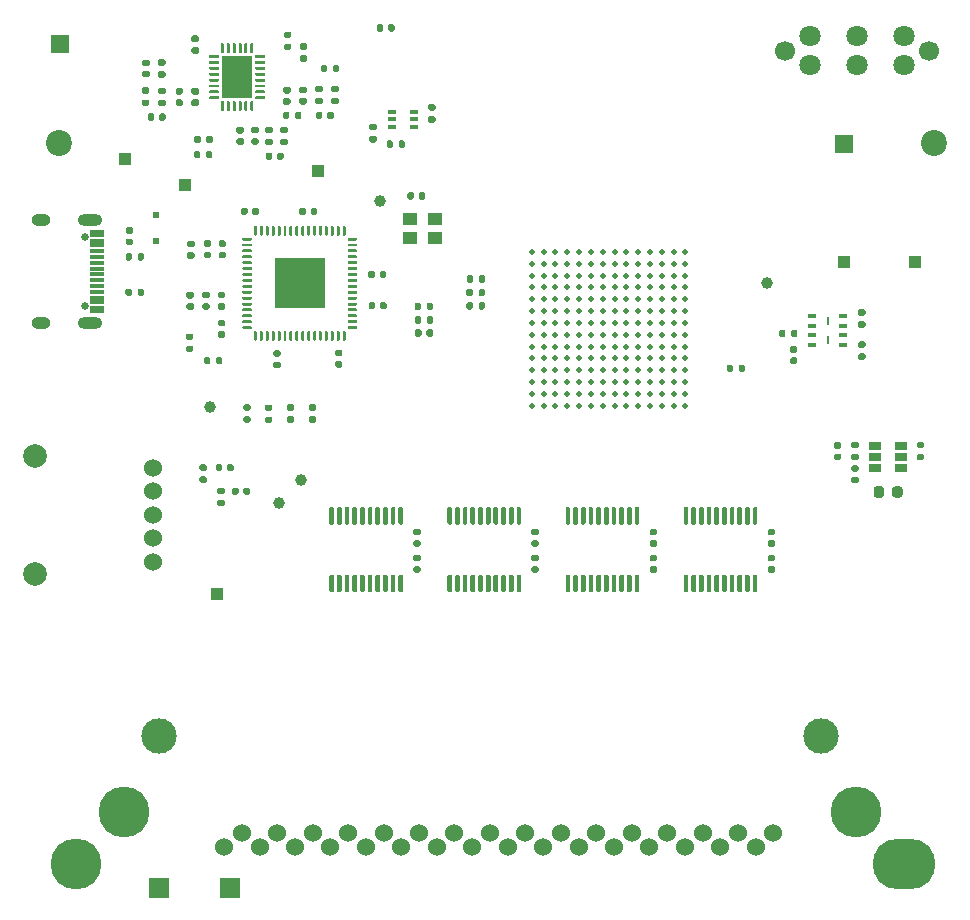
<source format=gts>
G04 #@! TF.GenerationSoftware,KiCad,Pcbnew,(5.1.10-1-10_14)*
G04 #@! TF.CreationDate,2021-07-09T16:39:03+02:00*
G04 #@! TF.ProjectId,gb-fpga,67622d66-7067-4612-9e6b-696361645f70,rev?*
G04 #@! TF.SameCoordinates,Original*
G04 #@! TF.FileFunction,Soldermask,Top*
G04 #@! TF.FilePolarity,Negative*
%FSLAX46Y46*%
G04 Gerber Fmt 4.6, Leading zero omitted, Abs format (unit mm)*
G04 Created by KiCad (PCBNEW (5.1.10-1-10_14)) date 2021-07-09 16:39:03*
%MOMM*%
%LPD*%
G01*
G04 APERTURE LIST*
%ADD10C,2.000000*%
%ADD11C,1.524000*%
%ADD12C,1.800000*%
%ADD13C,1.700000*%
%ADD14R,0.200000X0.800000*%
%ADD15R,0.800000X0.300000*%
%ADD16C,4.300000*%
%ADD17C,3.000000*%
%ADD18O,5.300000X4.300000*%
%ADD19C,2.200000*%
%ADD20C,0.500000*%
%ADD21R,4.350000X4.350000*%
%ADD22O,2.100000X1.000000*%
%ADD23O,1.600000X1.000000*%
%ADD24C,0.650000*%
%ADD25R,1.150000X0.300000*%
%ADD26R,1.300000X1.100000*%
%ADD27R,2.650000X3.650000*%
%ADD28R,0.500000X0.500000*%
%ADD29R,1.700000X1.700000*%
%ADD30R,0.650000X0.400000*%
%ADD31R,1.060000X0.650000*%
%ADD32R,1.000000X1.000000*%
%ADD33R,1.500000X1.500000*%
%ADD34C,1.000000*%
G04 APERTURE END LIST*
D10*
X1500000Y39600000D03*
X1500000Y29600000D03*
D11*
X11500000Y38600000D03*
X11500000Y36600000D03*
X11500000Y34600000D03*
X11500000Y32600000D03*
X11500000Y30600000D03*
D12*
X75100000Y72650000D03*
X75100000Y75150000D03*
X71100000Y72650000D03*
X71100000Y75150000D03*
X67100000Y72650000D03*
X67100000Y75150000D03*
D13*
X77200000Y73900000D03*
X65000000Y73900000D03*
D14*
X68610000Y51000000D03*
X68610000Y49400000D03*
D15*
X67310000Y49000000D03*
X67310000Y49800000D03*
X67310000Y50600000D03*
X67310000Y51400000D03*
X69910000Y51400000D03*
X69910000Y50600000D03*
X69910000Y49800000D03*
X69910000Y49000000D03*
D16*
X71025000Y9400000D03*
X9025000Y9400000D03*
D17*
X68025000Y15900000D03*
X12025000Y15900000D03*
D11*
X64025000Y7700000D03*
X61025000Y7700000D03*
X58025000Y7700000D03*
X55025000Y7700000D03*
X52025000Y7700000D03*
X49025000Y7700000D03*
X46025000Y7700000D03*
X43025000Y7700000D03*
X40025000Y7700000D03*
X37025000Y7700000D03*
X34025000Y7700000D03*
X31025000Y7700000D03*
X28025000Y7700000D03*
X25025000Y7700000D03*
X22025000Y7700000D03*
X19025000Y7700000D03*
X62525000Y6500000D03*
X59525000Y6500000D03*
X56525000Y6500000D03*
X53525000Y6500000D03*
X50525000Y6500000D03*
X47525000Y6500000D03*
X44525000Y6500000D03*
X41525000Y6500000D03*
X38525000Y6500000D03*
X35525000Y6500000D03*
X32525000Y6500000D03*
X29525000Y6500000D03*
X26525000Y6500000D03*
X23525000Y6500000D03*
X20525000Y6500000D03*
X17525000Y6500000D03*
D16*
X5000000Y5000000D03*
D18*
X75100000Y5000000D03*
D19*
X77600000Y66100000D03*
X3500000Y66100000D03*
D20*
X56575000Y56850000D03*
X56575000Y55850000D03*
X56575000Y54850000D03*
X56575000Y53850000D03*
X56575000Y52850000D03*
X56575000Y51850000D03*
X56575000Y50850000D03*
X56575000Y49850000D03*
X56575000Y48850000D03*
X56575000Y47850000D03*
X56575000Y46850000D03*
X56575000Y45850000D03*
X56575000Y44850000D03*
X56575000Y43850000D03*
X55575000Y56850000D03*
X55575000Y55850000D03*
X55575000Y54850000D03*
X55575000Y53850000D03*
X55575000Y52850000D03*
X55575000Y51850000D03*
X55575000Y50850000D03*
X55575000Y49850000D03*
X55575000Y48850000D03*
X55575000Y47850000D03*
X55575000Y46850000D03*
X55575000Y45850000D03*
X55575000Y44850000D03*
X55575000Y43850000D03*
X54575000Y56850000D03*
X54575000Y55850000D03*
X54575000Y54850000D03*
X54575000Y53850000D03*
X54575000Y52850000D03*
X54575000Y51850000D03*
X54575000Y50850000D03*
X54575000Y49850000D03*
X54575000Y48850000D03*
X54575000Y47850000D03*
X54575000Y46850000D03*
X54575000Y45850000D03*
X54575000Y44850000D03*
X54575000Y43850000D03*
X53575000Y56850000D03*
X53575000Y55850000D03*
X53575000Y54850000D03*
X53575000Y53850000D03*
X53575000Y52850000D03*
X53575000Y51850000D03*
X53575000Y50850000D03*
X53575000Y49850000D03*
X53575000Y48850000D03*
X53575000Y47850000D03*
X53575000Y46850000D03*
X53575000Y45850000D03*
X53575000Y44850000D03*
X53575000Y43850000D03*
X52575000Y56850000D03*
X52575000Y55850000D03*
X52575000Y54850000D03*
X52575000Y53850000D03*
X52575000Y52850000D03*
X52575000Y51850000D03*
X52575000Y50850000D03*
X52575000Y49850000D03*
X52575000Y48850000D03*
X52575000Y47850000D03*
X52575000Y46850000D03*
X52575000Y45850000D03*
X52575000Y44850000D03*
X52575000Y43850000D03*
X51575000Y56850000D03*
X51575000Y55850000D03*
X51575000Y54850000D03*
X51575000Y53850000D03*
X51575000Y52850000D03*
X51575000Y51850000D03*
X51575000Y50850000D03*
X51575000Y49850000D03*
X51575000Y48850000D03*
X51575000Y47850000D03*
X51575000Y46850000D03*
X51575000Y45850000D03*
X51575000Y44850000D03*
X51575000Y43850000D03*
X50575000Y56850000D03*
X50575000Y55850000D03*
X50575000Y54850000D03*
X50575000Y53850000D03*
X50575000Y52850000D03*
X50575000Y51850000D03*
X50575000Y50850000D03*
X50575000Y49850000D03*
X50575000Y48850000D03*
X50575000Y47850000D03*
X50575000Y46850000D03*
X50575000Y45850000D03*
X50575000Y44850000D03*
X50575000Y43850000D03*
X49575000Y56850000D03*
X49575000Y55850000D03*
X49575000Y54850000D03*
X49575000Y53850000D03*
X49575000Y52850000D03*
X49575000Y51850000D03*
X49575000Y50850000D03*
X49575000Y49850000D03*
X49575000Y48850000D03*
X49575000Y47850000D03*
X49575000Y46850000D03*
X49575000Y45850000D03*
X49575000Y44850000D03*
X49575000Y43850000D03*
X48575000Y56850000D03*
X48575000Y55850000D03*
X48575000Y54850000D03*
X48575000Y53850000D03*
X48575000Y52850000D03*
X48575000Y51850000D03*
X48575000Y50850000D03*
X48575000Y49850000D03*
X48575000Y48850000D03*
X48575000Y47850000D03*
X48575000Y46850000D03*
X48575000Y45850000D03*
X48575000Y44850000D03*
X48575000Y43850000D03*
X47575000Y56850000D03*
X47575000Y55850000D03*
X47575000Y54850000D03*
X47575000Y53850000D03*
X47575000Y52850000D03*
X47575000Y51850000D03*
X47575000Y50850000D03*
X47575000Y49850000D03*
X47575000Y48850000D03*
X47575000Y47850000D03*
X47575000Y46850000D03*
X47575000Y45850000D03*
X47575000Y44850000D03*
X47575000Y43850000D03*
X46575000Y56850000D03*
X46575000Y55850000D03*
X46575000Y54850000D03*
X46575000Y53850000D03*
X46575000Y52850000D03*
X46575000Y51850000D03*
X46575000Y50850000D03*
X46575000Y49850000D03*
X46575000Y48850000D03*
X46575000Y47850000D03*
X46575000Y46850000D03*
X46575000Y45850000D03*
X46575000Y44850000D03*
X46575000Y43850000D03*
X45575000Y56850000D03*
X45575000Y55850000D03*
X45575000Y54850000D03*
X45575000Y53850000D03*
X45575000Y52850000D03*
X45575000Y51850000D03*
X45575000Y50850000D03*
X45575000Y49850000D03*
X45575000Y48850000D03*
X45575000Y47850000D03*
X45575000Y46850000D03*
X45575000Y45850000D03*
X45575000Y44850000D03*
X45575000Y43850000D03*
X44575000Y56850000D03*
X44575000Y55850000D03*
X44575000Y54850000D03*
X44575000Y53850000D03*
X44575000Y52850000D03*
X44575000Y51850000D03*
X44575000Y50850000D03*
X44575000Y49850000D03*
X44575000Y48850000D03*
X44575000Y47850000D03*
X44575000Y46850000D03*
X44575000Y45850000D03*
X44575000Y44850000D03*
X44575000Y43850000D03*
X43575000Y56850000D03*
X43575000Y55850000D03*
X43575000Y54850000D03*
X43575000Y53850000D03*
X43575000Y52850000D03*
X43575000Y51850000D03*
X43575000Y50850000D03*
X43575000Y49850000D03*
X43575000Y48850000D03*
X43575000Y47850000D03*
X43575000Y46850000D03*
X43575000Y45850000D03*
X43575000Y44850000D03*
X43575000Y43850000D03*
G36*
G01*
X19075000Y57882500D02*
X19075000Y58007500D01*
G75*
G02*
X19137500Y58070000I62500J0D01*
G01*
X19812500Y58070000D01*
G75*
G02*
X19875000Y58007500I0J-62500D01*
G01*
X19875000Y57882500D01*
G75*
G02*
X19812500Y57820000I-62500J0D01*
G01*
X19137500Y57820000D01*
G75*
G02*
X19075000Y57882500I0J62500D01*
G01*
G37*
G36*
G01*
X19075000Y57382500D02*
X19075000Y57507500D01*
G75*
G02*
X19137500Y57570000I62500J0D01*
G01*
X19812500Y57570000D01*
G75*
G02*
X19875000Y57507500I0J-62500D01*
G01*
X19875000Y57382500D01*
G75*
G02*
X19812500Y57320000I-62500J0D01*
G01*
X19137500Y57320000D01*
G75*
G02*
X19075000Y57382500I0J62500D01*
G01*
G37*
G36*
G01*
X19075000Y56882500D02*
X19075000Y57007500D01*
G75*
G02*
X19137500Y57070000I62500J0D01*
G01*
X19812500Y57070000D01*
G75*
G02*
X19875000Y57007500I0J-62500D01*
G01*
X19875000Y56882500D01*
G75*
G02*
X19812500Y56820000I-62500J0D01*
G01*
X19137500Y56820000D01*
G75*
G02*
X19075000Y56882500I0J62500D01*
G01*
G37*
G36*
G01*
X19075000Y56382500D02*
X19075000Y56507500D01*
G75*
G02*
X19137500Y56570000I62500J0D01*
G01*
X19812500Y56570000D01*
G75*
G02*
X19875000Y56507500I0J-62500D01*
G01*
X19875000Y56382500D01*
G75*
G02*
X19812500Y56320000I-62500J0D01*
G01*
X19137500Y56320000D01*
G75*
G02*
X19075000Y56382500I0J62500D01*
G01*
G37*
G36*
G01*
X19075000Y55882500D02*
X19075000Y56007500D01*
G75*
G02*
X19137500Y56070000I62500J0D01*
G01*
X19812500Y56070000D01*
G75*
G02*
X19875000Y56007500I0J-62500D01*
G01*
X19875000Y55882500D01*
G75*
G02*
X19812500Y55820000I-62500J0D01*
G01*
X19137500Y55820000D01*
G75*
G02*
X19075000Y55882500I0J62500D01*
G01*
G37*
G36*
G01*
X19075000Y55382500D02*
X19075000Y55507500D01*
G75*
G02*
X19137500Y55570000I62500J0D01*
G01*
X19812500Y55570000D01*
G75*
G02*
X19875000Y55507500I0J-62500D01*
G01*
X19875000Y55382500D01*
G75*
G02*
X19812500Y55320000I-62500J0D01*
G01*
X19137500Y55320000D01*
G75*
G02*
X19075000Y55382500I0J62500D01*
G01*
G37*
G36*
G01*
X19075000Y54882500D02*
X19075000Y55007500D01*
G75*
G02*
X19137500Y55070000I62500J0D01*
G01*
X19812500Y55070000D01*
G75*
G02*
X19875000Y55007500I0J-62500D01*
G01*
X19875000Y54882500D01*
G75*
G02*
X19812500Y54820000I-62500J0D01*
G01*
X19137500Y54820000D01*
G75*
G02*
X19075000Y54882500I0J62500D01*
G01*
G37*
G36*
G01*
X19075000Y54382500D02*
X19075000Y54507500D01*
G75*
G02*
X19137500Y54570000I62500J0D01*
G01*
X19812500Y54570000D01*
G75*
G02*
X19875000Y54507500I0J-62500D01*
G01*
X19875000Y54382500D01*
G75*
G02*
X19812500Y54320000I-62500J0D01*
G01*
X19137500Y54320000D01*
G75*
G02*
X19075000Y54382500I0J62500D01*
G01*
G37*
G36*
G01*
X19075000Y53882500D02*
X19075000Y54007500D01*
G75*
G02*
X19137500Y54070000I62500J0D01*
G01*
X19812500Y54070000D01*
G75*
G02*
X19875000Y54007500I0J-62500D01*
G01*
X19875000Y53882500D01*
G75*
G02*
X19812500Y53820000I-62500J0D01*
G01*
X19137500Y53820000D01*
G75*
G02*
X19075000Y53882500I0J62500D01*
G01*
G37*
G36*
G01*
X19075000Y53382500D02*
X19075000Y53507500D01*
G75*
G02*
X19137500Y53570000I62500J0D01*
G01*
X19812500Y53570000D01*
G75*
G02*
X19875000Y53507500I0J-62500D01*
G01*
X19875000Y53382500D01*
G75*
G02*
X19812500Y53320000I-62500J0D01*
G01*
X19137500Y53320000D01*
G75*
G02*
X19075000Y53382500I0J62500D01*
G01*
G37*
G36*
G01*
X19075000Y52882500D02*
X19075000Y53007500D01*
G75*
G02*
X19137500Y53070000I62500J0D01*
G01*
X19812500Y53070000D01*
G75*
G02*
X19875000Y53007500I0J-62500D01*
G01*
X19875000Y52882500D01*
G75*
G02*
X19812500Y52820000I-62500J0D01*
G01*
X19137500Y52820000D01*
G75*
G02*
X19075000Y52882500I0J62500D01*
G01*
G37*
G36*
G01*
X19075000Y52382500D02*
X19075000Y52507500D01*
G75*
G02*
X19137500Y52570000I62500J0D01*
G01*
X19812500Y52570000D01*
G75*
G02*
X19875000Y52507500I0J-62500D01*
G01*
X19875000Y52382500D01*
G75*
G02*
X19812500Y52320000I-62500J0D01*
G01*
X19137500Y52320000D01*
G75*
G02*
X19075000Y52382500I0J62500D01*
G01*
G37*
G36*
G01*
X19075000Y51882500D02*
X19075000Y52007500D01*
G75*
G02*
X19137500Y52070000I62500J0D01*
G01*
X19812500Y52070000D01*
G75*
G02*
X19875000Y52007500I0J-62500D01*
G01*
X19875000Y51882500D01*
G75*
G02*
X19812500Y51820000I-62500J0D01*
G01*
X19137500Y51820000D01*
G75*
G02*
X19075000Y51882500I0J62500D01*
G01*
G37*
G36*
G01*
X19075000Y51382500D02*
X19075000Y51507500D01*
G75*
G02*
X19137500Y51570000I62500J0D01*
G01*
X19812500Y51570000D01*
G75*
G02*
X19875000Y51507500I0J-62500D01*
G01*
X19875000Y51382500D01*
G75*
G02*
X19812500Y51320000I-62500J0D01*
G01*
X19137500Y51320000D01*
G75*
G02*
X19075000Y51382500I0J62500D01*
G01*
G37*
G36*
G01*
X19075000Y50882500D02*
X19075000Y51007500D01*
G75*
G02*
X19137500Y51070000I62500J0D01*
G01*
X19812500Y51070000D01*
G75*
G02*
X19875000Y51007500I0J-62500D01*
G01*
X19875000Y50882500D01*
G75*
G02*
X19812500Y50820000I-62500J0D01*
G01*
X19137500Y50820000D01*
G75*
G02*
X19075000Y50882500I0J62500D01*
G01*
G37*
G36*
G01*
X19075000Y50382500D02*
X19075000Y50507500D01*
G75*
G02*
X19137500Y50570000I62500J0D01*
G01*
X19812500Y50570000D01*
G75*
G02*
X19875000Y50507500I0J-62500D01*
G01*
X19875000Y50382500D01*
G75*
G02*
X19812500Y50320000I-62500J0D01*
G01*
X19137500Y50320000D01*
G75*
G02*
X19075000Y50382500I0J62500D01*
G01*
G37*
G36*
G01*
X20050000Y49407500D02*
X20050000Y50082500D01*
G75*
G02*
X20112500Y50145000I62500J0D01*
G01*
X20237500Y50145000D01*
G75*
G02*
X20300000Y50082500I0J-62500D01*
G01*
X20300000Y49407500D01*
G75*
G02*
X20237500Y49345000I-62500J0D01*
G01*
X20112500Y49345000D01*
G75*
G02*
X20050000Y49407500I0J62500D01*
G01*
G37*
G36*
G01*
X20550000Y49407500D02*
X20550000Y50082500D01*
G75*
G02*
X20612500Y50145000I62500J0D01*
G01*
X20737500Y50145000D01*
G75*
G02*
X20800000Y50082500I0J-62500D01*
G01*
X20800000Y49407500D01*
G75*
G02*
X20737500Y49345000I-62500J0D01*
G01*
X20612500Y49345000D01*
G75*
G02*
X20550000Y49407500I0J62500D01*
G01*
G37*
G36*
G01*
X21050000Y49407500D02*
X21050000Y50082500D01*
G75*
G02*
X21112500Y50145000I62500J0D01*
G01*
X21237500Y50145000D01*
G75*
G02*
X21300000Y50082500I0J-62500D01*
G01*
X21300000Y49407500D01*
G75*
G02*
X21237500Y49345000I-62500J0D01*
G01*
X21112500Y49345000D01*
G75*
G02*
X21050000Y49407500I0J62500D01*
G01*
G37*
G36*
G01*
X21550000Y49407500D02*
X21550000Y50082500D01*
G75*
G02*
X21612500Y50145000I62500J0D01*
G01*
X21737500Y50145000D01*
G75*
G02*
X21800000Y50082500I0J-62500D01*
G01*
X21800000Y49407500D01*
G75*
G02*
X21737500Y49345000I-62500J0D01*
G01*
X21612500Y49345000D01*
G75*
G02*
X21550000Y49407500I0J62500D01*
G01*
G37*
G36*
G01*
X22050000Y49407500D02*
X22050000Y50082500D01*
G75*
G02*
X22112500Y50145000I62500J0D01*
G01*
X22237500Y50145000D01*
G75*
G02*
X22300000Y50082500I0J-62500D01*
G01*
X22300000Y49407500D01*
G75*
G02*
X22237500Y49345000I-62500J0D01*
G01*
X22112500Y49345000D01*
G75*
G02*
X22050000Y49407500I0J62500D01*
G01*
G37*
G36*
G01*
X22550000Y49407500D02*
X22550000Y50082500D01*
G75*
G02*
X22612500Y50145000I62500J0D01*
G01*
X22737500Y50145000D01*
G75*
G02*
X22800000Y50082500I0J-62500D01*
G01*
X22800000Y49407500D01*
G75*
G02*
X22737500Y49345000I-62500J0D01*
G01*
X22612500Y49345000D01*
G75*
G02*
X22550000Y49407500I0J62500D01*
G01*
G37*
G36*
G01*
X23050000Y49407500D02*
X23050000Y50082500D01*
G75*
G02*
X23112500Y50145000I62500J0D01*
G01*
X23237500Y50145000D01*
G75*
G02*
X23300000Y50082500I0J-62500D01*
G01*
X23300000Y49407500D01*
G75*
G02*
X23237500Y49345000I-62500J0D01*
G01*
X23112500Y49345000D01*
G75*
G02*
X23050000Y49407500I0J62500D01*
G01*
G37*
G36*
G01*
X23550000Y49407500D02*
X23550000Y50082500D01*
G75*
G02*
X23612500Y50145000I62500J0D01*
G01*
X23737500Y50145000D01*
G75*
G02*
X23800000Y50082500I0J-62500D01*
G01*
X23800000Y49407500D01*
G75*
G02*
X23737500Y49345000I-62500J0D01*
G01*
X23612500Y49345000D01*
G75*
G02*
X23550000Y49407500I0J62500D01*
G01*
G37*
G36*
G01*
X24050000Y49407500D02*
X24050000Y50082500D01*
G75*
G02*
X24112500Y50145000I62500J0D01*
G01*
X24237500Y50145000D01*
G75*
G02*
X24300000Y50082500I0J-62500D01*
G01*
X24300000Y49407500D01*
G75*
G02*
X24237500Y49345000I-62500J0D01*
G01*
X24112500Y49345000D01*
G75*
G02*
X24050000Y49407500I0J62500D01*
G01*
G37*
G36*
G01*
X24550000Y49407500D02*
X24550000Y50082500D01*
G75*
G02*
X24612500Y50145000I62500J0D01*
G01*
X24737500Y50145000D01*
G75*
G02*
X24800000Y50082500I0J-62500D01*
G01*
X24800000Y49407500D01*
G75*
G02*
X24737500Y49345000I-62500J0D01*
G01*
X24612500Y49345000D01*
G75*
G02*
X24550000Y49407500I0J62500D01*
G01*
G37*
G36*
G01*
X25050000Y49407500D02*
X25050000Y50082500D01*
G75*
G02*
X25112500Y50145000I62500J0D01*
G01*
X25237500Y50145000D01*
G75*
G02*
X25300000Y50082500I0J-62500D01*
G01*
X25300000Y49407500D01*
G75*
G02*
X25237500Y49345000I-62500J0D01*
G01*
X25112500Y49345000D01*
G75*
G02*
X25050000Y49407500I0J62500D01*
G01*
G37*
G36*
G01*
X25550000Y49407500D02*
X25550000Y50082500D01*
G75*
G02*
X25612500Y50145000I62500J0D01*
G01*
X25737500Y50145000D01*
G75*
G02*
X25800000Y50082500I0J-62500D01*
G01*
X25800000Y49407500D01*
G75*
G02*
X25737500Y49345000I-62500J0D01*
G01*
X25612500Y49345000D01*
G75*
G02*
X25550000Y49407500I0J62500D01*
G01*
G37*
G36*
G01*
X26050000Y49407500D02*
X26050000Y50082500D01*
G75*
G02*
X26112500Y50145000I62500J0D01*
G01*
X26237500Y50145000D01*
G75*
G02*
X26300000Y50082500I0J-62500D01*
G01*
X26300000Y49407500D01*
G75*
G02*
X26237500Y49345000I-62500J0D01*
G01*
X26112500Y49345000D01*
G75*
G02*
X26050000Y49407500I0J62500D01*
G01*
G37*
G36*
G01*
X26550000Y49407500D02*
X26550000Y50082500D01*
G75*
G02*
X26612500Y50145000I62500J0D01*
G01*
X26737500Y50145000D01*
G75*
G02*
X26800000Y50082500I0J-62500D01*
G01*
X26800000Y49407500D01*
G75*
G02*
X26737500Y49345000I-62500J0D01*
G01*
X26612500Y49345000D01*
G75*
G02*
X26550000Y49407500I0J62500D01*
G01*
G37*
G36*
G01*
X27050000Y49407500D02*
X27050000Y50082500D01*
G75*
G02*
X27112500Y50145000I62500J0D01*
G01*
X27237500Y50145000D01*
G75*
G02*
X27300000Y50082500I0J-62500D01*
G01*
X27300000Y49407500D01*
G75*
G02*
X27237500Y49345000I-62500J0D01*
G01*
X27112500Y49345000D01*
G75*
G02*
X27050000Y49407500I0J62500D01*
G01*
G37*
G36*
G01*
X27550000Y49407500D02*
X27550000Y50082500D01*
G75*
G02*
X27612500Y50145000I62500J0D01*
G01*
X27737500Y50145000D01*
G75*
G02*
X27800000Y50082500I0J-62500D01*
G01*
X27800000Y49407500D01*
G75*
G02*
X27737500Y49345000I-62500J0D01*
G01*
X27612500Y49345000D01*
G75*
G02*
X27550000Y49407500I0J62500D01*
G01*
G37*
G36*
G01*
X27975000Y50382500D02*
X27975000Y50507500D01*
G75*
G02*
X28037500Y50570000I62500J0D01*
G01*
X28712500Y50570000D01*
G75*
G02*
X28775000Y50507500I0J-62500D01*
G01*
X28775000Y50382500D01*
G75*
G02*
X28712500Y50320000I-62500J0D01*
G01*
X28037500Y50320000D01*
G75*
G02*
X27975000Y50382500I0J62500D01*
G01*
G37*
G36*
G01*
X27975000Y50882500D02*
X27975000Y51007500D01*
G75*
G02*
X28037500Y51070000I62500J0D01*
G01*
X28712500Y51070000D01*
G75*
G02*
X28775000Y51007500I0J-62500D01*
G01*
X28775000Y50882500D01*
G75*
G02*
X28712500Y50820000I-62500J0D01*
G01*
X28037500Y50820000D01*
G75*
G02*
X27975000Y50882500I0J62500D01*
G01*
G37*
G36*
G01*
X27975000Y51382500D02*
X27975000Y51507500D01*
G75*
G02*
X28037500Y51570000I62500J0D01*
G01*
X28712500Y51570000D01*
G75*
G02*
X28775000Y51507500I0J-62500D01*
G01*
X28775000Y51382500D01*
G75*
G02*
X28712500Y51320000I-62500J0D01*
G01*
X28037500Y51320000D01*
G75*
G02*
X27975000Y51382500I0J62500D01*
G01*
G37*
G36*
G01*
X27975000Y51882500D02*
X27975000Y52007500D01*
G75*
G02*
X28037500Y52070000I62500J0D01*
G01*
X28712500Y52070000D01*
G75*
G02*
X28775000Y52007500I0J-62500D01*
G01*
X28775000Y51882500D01*
G75*
G02*
X28712500Y51820000I-62500J0D01*
G01*
X28037500Y51820000D01*
G75*
G02*
X27975000Y51882500I0J62500D01*
G01*
G37*
G36*
G01*
X27975000Y52382500D02*
X27975000Y52507500D01*
G75*
G02*
X28037500Y52570000I62500J0D01*
G01*
X28712500Y52570000D01*
G75*
G02*
X28775000Y52507500I0J-62500D01*
G01*
X28775000Y52382500D01*
G75*
G02*
X28712500Y52320000I-62500J0D01*
G01*
X28037500Y52320000D01*
G75*
G02*
X27975000Y52382500I0J62500D01*
G01*
G37*
G36*
G01*
X27975000Y52882500D02*
X27975000Y53007500D01*
G75*
G02*
X28037500Y53070000I62500J0D01*
G01*
X28712500Y53070000D01*
G75*
G02*
X28775000Y53007500I0J-62500D01*
G01*
X28775000Y52882500D01*
G75*
G02*
X28712500Y52820000I-62500J0D01*
G01*
X28037500Y52820000D01*
G75*
G02*
X27975000Y52882500I0J62500D01*
G01*
G37*
G36*
G01*
X27975000Y53382500D02*
X27975000Y53507500D01*
G75*
G02*
X28037500Y53570000I62500J0D01*
G01*
X28712500Y53570000D01*
G75*
G02*
X28775000Y53507500I0J-62500D01*
G01*
X28775000Y53382500D01*
G75*
G02*
X28712500Y53320000I-62500J0D01*
G01*
X28037500Y53320000D01*
G75*
G02*
X27975000Y53382500I0J62500D01*
G01*
G37*
G36*
G01*
X27975000Y53882500D02*
X27975000Y54007500D01*
G75*
G02*
X28037500Y54070000I62500J0D01*
G01*
X28712500Y54070000D01*
G75*
G02*
X28775000Y54007500I0J-62500D01*
G01*
X28775000Y53882500D01*
G75*
G02*
X28712500Y53820000I-62500J0D01*
G01*
X28037500Y53820000D01*
G75*
G02*
X27975000Y53882500I0J62500D01*
G01*
G37*
G36*
G01*
X27975000Y54382500D02*
X27975000Y54507500D01*
G75*
G02*
X28037500Y54570000I62500J0D01*
G01*
X28712500Y54570000D01*
G75*
G02*
X28775000Y54507500I0J-62500D01*
G01*
X28775000Y54382500D01*
G75*
G02*
X28712500Y54320000I-62500J0D01*
G01*
X28037500Y54320000D01*
G75*
G02*
X27975000Y54382500I0J62500D01*
G01*
G37*
G36*
G01*
X27975000Y54882500D02*
X27975000Y55007500D01*
G75*
G02*
X28037500Y55070000I62500J0D01*
G01*
X28712500Y55070000D01*
G75*
G02*
X28775000Y55007500I0J-62500D01*
G01*
X28775000Y54882500D01*
G75*
G02*
X28712500Y54820000I-62500J0D01*
G01*
X28037500Y54820000D01*
G75*
G02*
X27975000Y54882500I0J62500D01*
G01*
G37*
G36*
G01*
X27975000Y55382500D02*
X27975000Y55507500D01*
G75*
G02*
X28037500Y55570000I62500J0D01*
G01*
X28712500Y55570000D01*
G75*
G02*
X28775000Y55507500I0J-62500D01*
G01*
X28775000Y55382500D01*
G75*
G02*
X28712500Y55320000I-62500J0D01*
G01*
X28037500Y55320000D01*
G75*
G02*
X27975000Y55382500I0J62500D01*
G01*
G37*
G36*
G01*
X27975000Y55882500D02*
X27975000Y56007500D01*
G75*
G02*
X28037500Y56070000I62500J0D01*
G01*
X28712500Y56070000D01*
G75*
G02*
X28775000Y56007500I0J-62500D01*
G01*
X28775000Y55882500D01*
G75*
G02*
X28712500Y55820000I-62500J0D01*
G01*
X28037500Y55820000D01*
G75*
G02*
X27975000Y55882500I0J62500D01*
G01*
G37*
G36*
G01*
X27975000Y56382500D02*
X27975000Y56507500D01*
G75*
G02*
X28037500Y56570000I62500J0D01*
G01*
X28712500Y56570000D01*
G75*
G02*
X28775000Y56507500I0J-62500D01*
G01*
X28775000Y56382500D01*
G75*
G02*
X28712500Y56320000I-62500J0D01*
G01*
X28037500Y56320000D01*
G75*
G02*
X27975000Y56382500I0J62500D01*
G01*
G37*
G36*
G01*
X27975000Y56882500D02*
X27975000Y57007500D01*
G75*
G02*
X28037500Y57070000I62500J0D01*
G01*
X28712500Y57070000D01*
G75*
G02*
X28775000Y57007500I0J-62500D01*
G01*
X28775000Y56882500D01*
G75*
G02*
X28712500Y56820000I-62500J0D01*
G01*
X28037500Y56820000D01*
G75*
G02*
X27975000Y56882500I0J62500D01*
G01*
G37*
G36*
G01*
X27975000Y57382500D02*
X27975000Y57507500D01*
G75*
G02*
X28037500Y57570000I62500J0D01*
G01*
X28712500Y57570000D01*
G75*
G02*
X28775000Y57507500I0J-62500D01*
G01*
X28775000Y57382500D01*
G75*
G02*
X28712500Y57320000I-62500J0D01*
G01*
X28037500Y57320000D01*
G75*
G02*
X27975000Y57382500I0J62500D01*
G01*
G37*
G36*
G01*
X27975000Y57882500D02*
X27975000Y58007500D01*
G75*
G02*
X28037500Y58070000I62500J0D01*
G01*
X28712500Y58070000D01*
G75*
G02*
X28775000Y58007500I0J-62500D01*
G01*
X28775000Y57882500D01*
G75*
G02*
X28712500Y57820000I-62500J0D01*
G01*
X28037500Y57820000D01*
G75*
G02*
X27975000Y57882500I0J62500D01*
G01*
G37*
G36*
G01*
X27550000Y58307500D02*
X27550000Y58982500D01*
G75*
G02*
X27612500Y59045000I62500J0D01*
G01*
X27737500Y59045000D01*
G75*
G02*
X27800000Y58982500I0J-62500D01*
G01*
X27800000Y58307500D01*
G75*
G02*
X27737500Y58245000I-62500J0D01*
G01*
X27612500Y58245000D01*
G75*
G02*
X27550000Y58307500I0J62500D01*
G01*
G37*
G36*
G01*
X27050000Y58307500D02*
X27050000Y58982500D01*
G75*
G02*
X27112500Y59045000I62500J0D01*
G01*
X27237500Y59045000D01*
G75*
G02*
X27300000Y58982500I0J-62500D01*
G01*
X27300000Y58307500D01*
G75*
G02*
X27237500Y58245000I-62500J0D01*
G01*
X27112500Y58245000D01*
G75*
G02*
X27050000Y58307500I0J62500D01*
G01*
G37*
G36*
G01*
X26550000Y58307500D02*
X26550000Y58982500D01*
G75*
G02*
X26612500Y59045000I62500J0D01*
G01*
X26737500Y59045000D01*
G75*
G02*
X26800000Y58982500I0J-62500D01*
G01*
X26800000Y58307500D01*
G75*
G02*
X26737500Y58245000I-62500J0D01*
G01*
X26612500Y58245000D01*
G75*
G02*
X26550000Y58307500I0J62500D01*
G01*
G37*
G36*
G01*
X26050000Y58307500D02*
X26050000Y58982500D01*
G75*
G02*
X26112500Y59045000I62500J0D01*
G01*
X26237500Y59045000D01*
G75*
G02*
X26300000Y58982500I0J-62500D01*
G01*
X26300000Y58307500D01*
G75*
G02*
X26237500Y58245000I-62500J0D01*
G01*
X26112500Y58245000D01*
G75*
G02*
X26050000Y58307500I0J62500D01*
G01*
G37*
G36*
G01*
X25550000Y58307500D02*
X25550000Y58982500D01*
G75*
G02*
X25612500Y59045000I62500J0D01*
G01*
X25737500Y59045000D01*
G75*
G02*
X25800000Y58982500I0J-62500D01*
G01*
X25800000Y58307500D01*
G75*
G02*
X25737500Y58245000I-62500J0D01*
G01*
X25612500Y58245000D01*
G75*
G02*
X25550000Y58307500I0J62500D01*
G01*
G37*
G36*
G01*
X25050000Y58307500D02*
X25050000Y58982500D01*
G75*
G02*
X25112500Y59045000I62500J0D01*
G01*
X25237500Y59045000D01*
G75*
G02*
X25300000Y58982500I0J-62500D01*
G01*
X25300000Y58307500D01*
G75*
G02*
X25237500Y58245000I-62500J0D01*
G01*
X25112500Y58245000D01*
G75*
G02*
X25050000Y58307500I0J62500D01*
G01*
G37*
G36*
G01*
X24550000Y58307500D02*
X24550000Y58982500D01*
G75*
G02*
X24612500Y59045000I62500J0D01*
G01*
X24737500Y59045000D01*
G75*
G02*
X24800000Y58982500I0J-62500D01*
G01*
X24800000Y58307500D01*
G75*
G02*
X24737500Y58245000I-62500J0D01*
G01*
X24612500Y58245000D01*
G75*
G02*
X24550000Y58307500I0J62500D01*
G01*
G37*
G36*
G01*
X24050000Y58307500D02*
X24050000Y58982500D01*
G75*
G02*
X24112500Y59045000I62500J0D01*
G01*
X24237500Y59045000D01*
G75*
G02*
X24300000Y58982500I0J-62500D01*
G01*
X24300000Y58307500D01*
G75*
G02*
X24237500Y58245000I-62500J0D01*
G01*
X24112500Y58245000D01*
G75*
G02*
X24050000Y58307500I0J62500D01*
G01*
G37*
G36*
G01*
X23550000Y58307500D02*
X23550000Y58982500D01*
G75*
G02*
X23612500Y59045000I62500J0D01*
G01*
X23737500Y59045000D01*
G75*
G02*
X23800000Y58982500I0J-62500D01*
G01*
X23800000Y58307500D01*
G75*
G02*
X23737500Y58245000I-62500J0D01*
G01*
X23612500Y58245000D01*
G75*
G02*
X23550000Y58307500I0J62500D01*
G01*
G37*
G36*
G01*
X23050000Y58307500D02*
X23050000Y58982500D01*
G75*
G02*
X23112500Y59045000I62500J0D01*
G01*
X23237500Y59045000D01*
G75*
G02*
X23300000Y58982500I0J-62500D01*
G01*
X23300000Y58307500D01*
G75*
G02*
X23237500Y58245000I-62500J0D01*
G01*
X23112500Y58245000D01*
G75*
G02*
X23050000Y58307500I0J62500D01*
G01*
G37*
G36*
G01*
X22550000Y58307500D02*
X22550000Y58982500D01*
G75*
G02*
X22612500Y59045000I62500J0D01*
G01*
X22737500Y59045000D01*
G75*
G02*
X22800000Y58982500I0J-62500D01*
G01*
X22800000Y58307500D01*
G75*
G02*
X22737500Y58245000I-62500J0D01*
G01*
X22612500Y58245000D01*
G75*
G02*
X22550000Y58307500I0J62500D01*
G01*
G37*
G36*
G01*
X22050000Y58307500D02*
X22050000Y58982500D01*
G75*
G02*
X22112500Y59045000I62500J0D01*
G01*
X22237500Y59045000D01*
G75*
G02*
X22300000Y58982500I0J-62500D01*
G01*
X22300000Y58307500D01*
G75*
G02*
X22237500Y58245000I-62500J0D01*
G01*
X22112500Y58245000D01*
G75*
G02*
X22050000Y58307500I0J62500D01*
G01*
G37*
G36*
G01*
X21550000Y58307500D02*
X21550000Y58982500D01*
G75*
G02*
X21612500Y59045000I62500J0D01*
G01*
X21737500Y59045000D01*
G75*
G02*
X21800000Y58982500I0J-62500D01*
G01*
X21800000Y58307500D01*
G75*
G02*
X21737500Y58245000I-62500J0D01*
G01*
X21612500Y58245000D01*
G75*
G02*
X21550000Y58307500I0J62500D01*
G01*
G37*
G36*
G01*
X21050000Y58307500D02*
X21050000Y58982500D01*
G75*
G02*
X21112500Y59045000I62500J0D01*
G01*
X21237500Y59045000D01*
G75*
G02*
X21300000Y58982500I0J-62500D01*
G01*
X21300000Y58307500D01*
G75*
G02*
X21237500Y58245000I-62500J0D01*
G01*
X21112500Y58245000D01*
G75*
G02*
X21050000Y58307500I0J62500D01*
G01*
G37*
G36*
G01*
X20550000Y58307500D02*
X20550000Y58982500D01*
G75*
G02*
X20612500Y59045000I62500J0D01*
G01*
X20737500Y59045000D01*
G75*
G02*
X20800000Y58982500I0J-62500D01*
G01*
X20800000Y58307500D01*
G75*
G02*
X20737500Y58245000I-62500J0D01*
G01*
X20612500Y58245000D01*
G75*
G02*
X20550000Y58307500I0J62500D01*
G01*
G37*
G36*
G01*
X20050000Y58307500D02*
X20050000Y58982500D01*
G75*
G02*
X20112500Y59045000I62500J0D01*
G01*
X20237500Y59045000D01*
G75*
G02*
X20300000Y58982500I0J-62500D01*
G01*
X20300000Y58307500D01*
G75*
G02*
X20237500Y58245000I-62500J0D01*
G01*
X20112500Y58245000D01*
G75*
G02*
X20050000Y58307500I0J62500D01*
G01*
G37*
D21*
X23925000Y54195000D03*
D22*
X6205000Y59520000D03*
X6205000Y50880000D03*
D23*
X2025000Y59520000D03*
X2025000Y50880000D03*
D24*
X5705000Y52310000D03*
X5705000Y58090000D03*
D25*
X6770000Y52150000D03*
X6770000Y52950000D03*
X6770000Y53450000D03*
X6770000Y53950000D03*
X6770000Y54450000D03*
X6770000Y54950000D03*
X6770000Y55450000D03*
X6770000Y55950000D03*
X6770000Y56450000D03*
X6770000Y56950000D03*
X6770000Y57750000D03*
X6770000Y58550000D03*
X6770000Y58250000D03*
X6770000Y57450000D03*
X6770000Y52650000D03*
X6770000Y51850000D03*
D26*
X33275000Y58030000D03*
X35375000Y58030000D03*
X35375000Y59680000D03*
X33275000Y59680000D03*
G36*
G01*
X16245001Y73342499D02*
X16245001Y73467499D01*
G75*
G02*
X16307501Y73529999I62500J0D01*
G01*
X17032501Y73529999D01*
G75*
G02*
X17095001Y73467499I0J-62500D01*
G01*
X17095001Y73342499D01*
G75*
G02*
X17032501Y73279999I-62500J0D01*
G01*
X16307501Y73279999D01*
G75*
G02*
X16245001Y73342499I0J62500D01*
G01*
G37*
G36*
G01*
X16245001Y72842499D02*
X16245001Y72967499D01*
G75*
G02*
X16307501Y73029999I62500J0D01*
G01*
X17032501Y73029999D01*
G75*
G02*
X17095001Y72967499I0J-62500D01*
G01*
X17095001Y72842499D01*
G75*
G02*
X17032501Y72779999I-62500J0D01*
G01*
X16307501Y72779999D01*
G75*
G02*
X16245001Y72842499I0J62500D01*
G01*
G37*
G36*
G01*
X16245001Y72342499D02*
X16245001Y72467499D01*
G75*
G02*
X16307501Y72529999I62500J0D01*
G01*
X17032501Y72529999D01*
G75*
G02*
X17095001Y72467499I0J-62500D01*
G01*
X17095001Y72342499D01*
G75*
G02*
X17032501Y72279999I-62500J0D01*
G01*
X16307501Y72279999D01*
G75*
G02*
X16245001Y72342499I0J62500D01*
G01*
G37*
G36*
G01*
X16245001Y71842499D02*
X16245001Y71967499D01*
G75*
G02*
X16307501Y72029999I62500J0D01*
G01*
X17032501Y72029999D01*
G75*
G02*
X17095001Y71967499I0J-62500D01*
G01*
X17095001Y71842499D01*
G75*
G02*
X17032501Y71779999I-62500J0D01*
G01*
X16307501Y71779999D01*
G75*
G02*
X16245001Y71842499I0J62500D01*
G01*
G37*
G36*
G01*
X16245001Y71342499D02*
X16245001Y71467499D01*
G75*
G02*
X16307501Y71529999I62500J0D01*
G01*
X17032501Y71529999D01*
G75*
G02*
X17095001Y71467499I0J-62500D01*
G01*
X17095001Y71342499D01*
G75*
G02*
X17032501Y71279999I-62500J0D01*
G01*
X16307501Y71279999D01*
G75*
G02*
X16245001Y71342499I0J62500D01*
G01*
G37*
G36*
G01*
X16245001Y70842499D02*
X16245001Y70967499D01*
G75*
G02*
X16307501Y71029999I62500J0D01*
G01*
X17032501Y71029999D01*
G75*
G02*
X17095001Y70967499I0J-62500D01*
G01*
X17095001Y70842499D01*
G75*
G02*
X17032501Y70779999I-62500J0D01*
G01*
X16307501Y70779999D01*
G75*
G02*
X16245001Y70842499I0J62500D01*
G01*
G37*
G36*
G01*
X16245001Y70342499D02*
X16245001Y70467499D01*
G75*
G02*
X16307501Y70529999I62500J0D01*
G01*
X17032501Y70529999D01*
G75*
G02*
X17095001Y70467499I0J-62500D01*
G01*
X17095001Y70342499D01*
G75*
G02*
X17032501Y70279999I-62500J0D01*
G01*
X16307501Y70279999D01*
G75*
G02*
X16245001Y70342499I0J62500D01*
G01*
G37*
G36*
G01*
X16245001Y69842499D02*
X16245001Y69967499D01*
G75*
G02*
X16307501Y70029999I62500J0D01*
G01*
X17032501Y70029999D01*
G75*
G02*
X17095001Y69967499I0J-62500D01*
G01*
X17095001Y69842499D01*
G75*
G02*
X17032501Y69779999I-62500J0D01*
G01*
X16307501Y69779999D01*
G75*
G02*
X16245001Y69842499I0J62500D01*
G01*
G37*
G36*
G01*
X17245001Y68842499D02*
X17245001Y69567499D01*
G75*
G02*
X17307501Y69629999I62500J0D01*
G01*
X17432501Y69629999D01*
G75*
G02*
X17495001Y69567499I0J-62500D01*
G01*
X17495001Y68842499D01*
G75*
G02*
X17432501Y68779999I-62500J0D01*
G01*
X17307501Y68779999D01*
G75*
G02*
X17245001Y68842499I0J62500D01*
G01*
G37*
G36*
G01*
X17745001Y68842499D02*
X17745001Y69567499D01*
G75*
G02*
X17807501Y69629999I62500J0D01*
G01*
X17932501Y69629999D01*
G75*
G02*
X17995001Y69567499I0J-62500D01*
G01*
X17995001Y68842499D01*
G75*
G02*
X17932501Y68779999I-62500J0D01*
G01*
X17807501Y68779999D01*
G75*
G02*
X17745001Y68842499I0J62500D01*
G01*
G37*
G36*
G01*
X18245001Y68842499D02*
X18245001Y69567499D01*
G75*
G02*
X18307501Y69629999I62500J0D01*
G01*
X18432501Y69629999D01*
G75*
G02*
X18495001Y69567499I0J-62500D01*
G01*
X18495001Y68842499D01*
G75*
G02*
X18432501Y68779999I-62500J0D01*
G01*
X18307501Y68779999D01*
G75*
G02*
X18245001Y68842499I0J62500D01*
G01*
G37*
G36*
G01*
X18745001Y68842499D02*
X18745001Y69567499D01*
G75*
G02*
X18807501Y69629999I62500J0D01*
G01*
X18932501Y69629999D01*
G75*
G02*
X18995001Y69567499I0J-62500D01*
G01*
X18995001Y68842499D01*
G75*
G02*
X18932501Y68779999I-62500J0D01*
G01*
X18807501Y68779999D01*
G75*
G02*
X18745001Y68842499I0J62500D01*
G01*
G37*
G36*
G01*
X19245001Y68842499D02*
X19245001Y69567499D01*
G75*
G02*
X19307501Y69629999I62500J0D01*
G01*
X19432501Y69629999D01*
G75*
G02*
X19495001Y69567499I0J-62500D01*
G01*
X19495001Y68842499D01*
G75*
G02*
X19432501Y68779999I-62500J0D01*
G01*
X19307501Y68779999D01*
G75*
G02*
X19245001Y68842499I0J62500D01*
G01*
G37*
G36*
G01*
X19745001Y68842499D02*
X19745001Y69567499D01*
G75*
G02*
X19807501Y69629999I62500J0D01*
G01*
X19932501Y69629999D01*
G75*
G02*
X19995001Y69567499I0J-62500D01*
G01*
X19995001Y68842499D01*
G75*
G02*
X19932501Y68779999I-62500J0D01*
G01*
X19807501Y68779999D01*
G75*
G02*
X19745001Y68842499I0J62500D01*
G01*
G37*
G36*
G01*
X20145001Y69842499D02*
X20145001Y69967499D01*
G75*
G02*
X20207501Y70029999I62500J0D01*
G01*
X20932501Y70029999D01*
G75*
G02*
X20995001Y69967499I0J-62500D01*
G01*
X20995001Y69842499D01*
G75*
G02*
X20932501Y69779999I-62500J0D01*
G01*
X20207501Y69779999D01*
G75*
G02*
X20145001Y69842499I0J62500D01*
G01*
G37*
G36*
G01*
X20145001Y70342499D02*
X20145001Y70467499D01*
G75*
G02*
X20207501Y70529999I62500J0D01*
G01*
X20932501Y70529999D01*
G75*
G02*
X20995001Y70467499I0J-62500D01*
G01*
X20995001Y70342499D01*
G75*
G02*
X20932501Y70279999I-62500J0D01*
G01*
X20207501Y70279999D01*
G75*
G02*
X20145001Y70342499I0J62500D01*
G01*
G37*
G36*
G01*
X20145001Y70842499D02*
X20145001Y70967499D01*
G75*
G02*
X20207501Y71029999I62500J0D01*
G01*
X20932501Y71029999D01*
G75*
G02*
X20995001Y70967499I0J-62500D01*
G01*
X20995001Y70842499D01*
G75*
G02*
X20932501Y70779999I-62500J0D01*
G01*
X20207501Y70779999D01*
G75*
G02*
X20145001Y70842499I0J62500D01*
G01*
G37*
G36*
G01*
X20145001Y71342499D02*
X20145001Y71467499D01*
G75*
G02*
X20207501Y71529999I62500J0D01*
G01*
X20932501Y71529999D01*
G75*
G02*
X20995001Y71467499I0J-62500D01*
G01*
X20995001Y71342499D01*
G75*
G02*
X20932501Y71279999I-62500J0D01*
G01*
X20207501Y71279999D01*
G75*
G02*
X20145001Y71342499I0J62500D01*
G01*
G37*
G36*
G01*
X20145001Y71842499D02*
X20145001Y71967499D01*
G75*
G02*
X20207501Y72029999I62500J0D01*
G01*
X20932501Y72029999D01*
G75*
G02*
X20995001Y71967499I0J-62500D01*
G01*
X20995001Y71842499D01*
G75*
G02*
X20932501Y71779999I-62500J0D01*
G01*
X20207501Y71779999D01*
G75*
G02*
X20145001Y71842499I0J62500D01*
G01*
G37*
G36*
G01*
X20145001Y72342499D02*
X20145001Y72467499D01*
G75*
G02*
X20207501Y72529999I62500J0D01*
G01*
X20932501Y72529999D01*
G75*
G02*
X20995001Y72467499I0J-62500D01*
G01*
X20995001Y72342499D01*
G75*
G02*
X20932501Y72279999I-62500J0D01*
G01*
X20207501Y72279999D01*
G75*
G02*
X20145001Y72342499I0J62500D01*
G01*
G37*
G36*
G01*
X20145001Y72842499D02*
X20145001Y72967499D01*
G75*
G02*
X20207501Y73029999I62500J0D01*
G01*
X20932501Y73029999D01*
G75*
G02*
X20995001Y72967499I0J-62500D01*
G01*
X20995001Y72842499D01*
G75*
G02*
X20932501Y72779999I-62500J0D01*
G01*
X20207501Y72779999D01*
G75*
G02*
X20145001Y72842499I0J62500D01*
G01*
G37*
G36*
G01*
X20145001Y73342499D02*
X20145001Y73467499D01*
G75*
G02*
X20207501Y73529999I62500J0D01*
G01*
X20932501Y73529999D01*
G75*
G02*
X20995001Y73467499I0J-62500D01*
G01*
X20995001Y73342499D01*
G75*
G02*
X20932501Y73279999I-62500J0D01*
G01*
X20207501Y73279999D01*
G75*
G02*
X20145001Y73342499I0J62500D01*
G01*
G37*
G36*
G01*
X19745001Y73742499D02*
X19745001Y74467499D01*
G75*
G02*
X19807501Y74529999I62500J0D01*
G01*
X19932501Y74529999D01*
G75*
G02*
X19995001Y74467499I0J-62500D01*
G01*
X19995001Y73742499D01*
G75*
G02*
X19932501Y73679999I-62500J0D01*
G01*
X19807501Y73679999D01*
G75*
G02*
X19745001Y73742499I0J62500D01*
G01*
G37*
G36*
G01*
X19245001Y73742499D02*
X19245001Y74467499D01*
G75*
G02*
X19307501Y74529999I62500J0D01*
G01*
X19432501Y74529999D01*
G75*
G02*
X19495001Y74467499I0J-62500D01*
G01*
X19495001Y73742499D01*
G75*
G02*
X19432501Y73679999I-62500J0D01*
G01*
X19307501Y73679999D01*
G75*
G02*
X19245001Y73742499I0J62500D01*
G01*
G37*
G36*
G01*
X18745001Y73742499D02*
X18745001Y74467499D01*
G75*
G02*
X18807501Y74529999I62500J0D01*
G01*
X18932501Y74529999D01*
G75*
G02*
X18995001Y74467499I0J-62500D01*
G01*
X18995001Y73742499D01*
G75*
G02*
X18932501Y73679999I-62500J0D01*
G01*
X18807501Y73679999D01*
G75*
G02*
X18745001Y73742499I0J62500D01*
G01*
G37*
G36*
G01*
X18245001Y73742499D02*
X18245001Y74467499D01*
G75*
G02*
X18307501Y74529999I62500J0D01*
G01*
X18432501Y74529999D01*
G75*
G02*
X18495001Y74467499I0J-62500D01*
G01*
X18495001Y73742499D01*
G75*
G02*
X18432501Y73679999I-62500J0D01*
G01*
X18307501Y73679999D01*
G75*
G02*
X18245001Y73742499I0J62500D01*
G01*
G37*
G36*
G01*
X17745001Y73742499D02*
X17745001Y74467499D01*
G75*
G02*
X17807501Y74529999I62500J0D01*
G01*
X17932501Y74529999D01*
G75*
G02*
X17995001Y74467499I0J-62500D01*
G01*
X17995001Y73742499D01*
G75*
G02*
X17932501Y73679999I-62500J0D01*
G01*
X17807501Y73679999D01*
G75*
G02*
X17745001Y73742499I0J62500D01*
G01*
G37*
G36*
G01*
X17245001Y73742499D02*
X17245001Y74467499D01*
G75*
G02*
X17307501Y74529999I62500J0D01*
G01*
X17432501Y74529999D01*
G75*
G02*
X17495001Y74467499I0J-62500D01*
G01*
X17495001Y73742499D01*
G75*
G02*
X17432501Y73679999I-62500J0D01*
G01*
X17307501Y73679999D01*
G75*
G02*
X17245001Y73742499I0J62500D01*
G01*
G37*
D27*
X18620001Y71654999D03*
D28*
X11770000Y59950000D03*
X11770000Y57750000D03*
D29*
X18000000Y3000000D03*
X12000000Y3000000D03*
D30*
X31725000Y68725000D03*
X31725000Y67425000D03*
X33625000Y68075000D03*
X31725000Y68075000D03*
X33625000Y67425000D03*
X33625000Y68725000D03*
G36*
G01*
X65565000Y48885000D02*
X65905000Y48885000D01*
G75*
G02*
X66045000Y48745000I0J-140000D01*
G01*
X66045000Y48465000D01*
G75*
G02*
X65905000Y48325000I-140000J0D01*
G01*
X65565000Y48325000D01*
G75*
G02*
X65425000Y48465000I0J140000D01*
G01*
X65425000Y48745000D01*
G75*
G02*
X65565000Y48885000I140000J0D01*
G01*
G37*
G36*
G01*
X65565000Y47925000D02*
X65905000Y47925000D01*
G75*
G02*
X66045000Y47785000I0J-140000D01*
G01*
X66045000Y47505000D01*
G75*
G02*
X65905000Y47365000I-140000J0D01*
G01*
X65565000Y47365000D01*
G75*
G02*
X65425000Y47505000I0J140000D01*
G01*
X65425000Y47785000D01*
G75*
G02*
X65565000Y47925000I140000J0D01*
G01*
G37*
G36*
G01*
X33990000Y61430000D02*
X33990000Y61770000D01*
G75*
G02*
X34130000Y61910000I140000J0D01*
G01*
X34410000Y61910000D01*
G75*
G02*
X34550000Y61770000I0J-140000D01*
G01*
X34550000Y61430000D01*
G75*
G02*
X34410000Y61290000I-140000J0D01*
G01*
X34130000Y61290000D01*
G75*
G02*
X33990000Y61430000I0J140000D01*
G01*
G37*
G36*
G01*
X33030000Y61430000D02*
X33030000Y61770000D01*
G75*
G02*
X33170000Y61910000I140000J0D01*
G01*
X33450000Y61910000D01*
G75*
G02*
X33590000Y61770000I0J-140000D01*
G01*
X33590000Y61430000D01*
G75*
G02*
X33450000Y61290000I-140000J0D01*
G01*
X33170000Y61290000D01*
G75*
G02*
X33030000Y61430000I0J140000D01*
G01*
G37*
G36*
G01*
X10725000Y72190000D02*
X11065000Y72190000D01*
G75*
G02*
X11205000Y72050000I0J-140000D01*
G01*
X11205000Y71770000D01*
G75*
G02*
X11065000Y71630000I-140000J0D01*
G01*
X10725000Y71630000D01*
G75*
G02*
X10585000Y71770000I0J140000D01*
G01*
X10585000Y72050000D01*
G75*
G02*
X10725000Y72190000I140000J0D01*
G01*
G37*
G36*
G01*
X10725000Y73150000D02*
X11065000Y73150000D01*
G75*
G02*
X11205000Y73010000I0J-140000D01*
G01*
X11205000Y72730000D01*
G75*
G02*
X11065000Y72590000I-140000J0D01*
G01*
X10725000Y72590000D01*
G75*
G02*
X10585000Y72730000I0J140000D01*
G01*
X10585000Y73010000D01*
G75*
G02*
X10725000Y73150000I140000J0D01*
G01*
G37*
G36*
G01*
X24375000Y69340000D02*
X24035000Y69340000D01*
G75*
G02*
X23895000Y69480000I0J140000D01*
G01*
X23895000Y69760000D01*
G75*
G02*
X24035000Y69900000I140000J0D01*
G01*
X24375000Y69900000D01*
G75*
G02*
X24515000Y69760000I0J-140000D01*
G01*
X24515000Y69480000D01*
G75*
G02*
X24375000Y69340000I-140000J0D01*
G01*
G37*
G36*
G01*
X24375000Y70300000D02*
X24035000Y70300000D01*
G75*
G02*
X23895000Y70440000I0J140000D01*
G01*
X23895000Y70720000D01*
G75*
G02*
X24035000Y70860000I140000J0D01*
G01*
X24375000Y70860000D01*
G75*
G02*
X24515000Y70720000I0J-140000D01*
G01*
X24515000Y70440000D01*
G75*
G02*
X24375000Y70300000I-140000J0D01*
G01*
G37*
G36*
G01*
X26240000Y68255000D02*
X26240000Y68595000D01*
G75*
G02*
X26380000Y68735000I140000J0D01*
G01*
X26660000Y68735000D01*
G75*
G02*
X26800000Y68595000I0J-140000D01*
G01*
X26800000Y68255000D01*
G75*
G02*
X26660000Y68115000I-140000J0D01*
G01*
X26380000Y68115000D01*
G75*
G02*
X26240000Y68255000I0J140000D01*
G01*
G37*
G36*
G01*
X25280000Y68255000D02*
X25280000Y68595000D01*
G75*
G02*
X25420000Y68735000I140000J0D01*
G01*
X25700000Y68735000D01*
G75*
G02*
X25840000Y68595000I0J-140000D01*
G01*
X25840000Y68255000D01*
G75*
G02*
X25700000Y68115000I-140000J0D01*
G01*
X25420000Y68115000D01*
G75*
G02*
X25280000Y68255000I0J140000D01*
G01*
G37*
G36*
G01*
X13895000Y69215000D02*
X13555000Y69215000D01*
G75*
G02*
X13415000Y69355000I0J140000D01*
G01*
X13415000Y69635000D01*
G75*
G02*
X13555000Y69775000I140000J0D01*
G01*
X13895000Y69775000D01*
G75*
G02*
X14035000Y69635000I0J-140000D01*
G01*
X14035000Y69355000D01*
G75*
G02*
X13895000Y69215000I-140000J0D01*
G01*
G37*
G36*
G01*
X13895000Y70175000D02*
X13555000Y70175000D01*
G75*
G02*
X13415000Y70315000I0J140000D01*
G01*
X13415000Y70595000D01*
G75*
G02*
X13555000Y70735000I140000J0D01*
G01*
X13895000Y70735000D01*
G75*
G02*
X14035000Y70595000I0J-140000D01*
G01*
X14035000Y70315000D01*
G75*
G02*
X13895000Y70175000I-140000J0D01*
G01*
G37*
G36*
G01*
X11600000Y68445000D02*
X11600000Y68105000D01*
G75*
G02*
X11460000Y67965000I-140000J0D01*
G01*
X11180000Y67965000D01*
G75*
G02*
X11040000Y68105000I0J140000D01*
G01*
X11040000Y68445000D01*
G75*
G02*
X11180000Y68585000I140000J0D01*
G01*
X11460000Y68585000D01*
G75*
G02*
X11600000Y68445000I0J-140000D01*
G01*
G37*
G36*
G01*
X12560000Y68445000D02*
X12560000Y68105000D01*
G75*
G02*
X12420000Y67965000I-140000J0D01*
G01*
X12140000Y67965000D01*
G75*
G02*
X12000000Y68105000I0J140000D01*
G01*
X12000000Y68445000D01*
G75*
G02*
X12140000Y68585000I140000J0D01*
G01*
X12420000Y68585000D01*
G75*
G02*
X12560000Y68445000I0J-140000D01*
G01*
G37*
G36*
G01*
X20295000Y66885000D02*
X19955000Y66885000D01*
G75*
G02*
X19815000Y67025000I0J140000D01*
G01*
X19815000Y67305000D01*
G75*
G02*
X19955000Y67445000I140000J0D01*
G01*
X20295000Y67445000D01*
G75*
G02*
X20435000Y67305000I0J-140000D01*
G01*
X20435000Y67025000D01*
G75*
G02*
X20295000Y66885000I-140000J0D01*
G01*
G37*
G36*
G01*
X20295000Y65925000D02*
X19955000Y65925000D01*
G75*
G02*
X19815000Y66065000I0J140000D01*
G01*
X19815000Y66345000D01*
G75*
G02*
X19955000Y66485000I140000J0D01*
G01*
X20295000Y66485000D01*
G75*
G02*
X20435000Y66345000I0J-140000D01*
G01*
X20435000Y66065000D01*
G75*
G02*
X20295000Y65925000I-140000J0D01*
G01*
G37*
G36*
G01*
X21040000Y64790000D02*
X21040000Y65130000D01*
G75*
G02*
X21180000Y65270000I140000J0D01*
G01*
X21460000Y65270000D01*
G75*
G02*
X21600000Y65130000I0J-140000D01*
G01*
X21600000Y64790000D01*
G75*
G02*
X21460000Y64650000I-140000J0D01*
G01*
X21180000Y64650000D01*
G75*
G02*
X21040000Y64790000I0J140000D01*
G01*
G37*
G36*
G01*
X22000000Y64790000D02*
X22000000Y65130000D01*
G75*
G02*
X22140000Y65270000I140000J0D01*
G01*
X22420000Y65270000D01*
G75*
G02*
X22560000Y65130000I0J-140000D01*
G01*
X22560000Y64790000D01*
G75*
G02*
X22420000Y64650000I-140000J0D01*
G01*
X22140000Y64650000D01*
G75*
G02*
X22000000Y64790000I0J140000D01*
G01*
G37*
G36*
G01*
X9660000Y57430000D02*
X9320000Y57430000D01*
G75*
G02*
X9180000Y57570000I0J140000D01*
G01*
X9180000Y57850000D01*
G75*
G02*
X9320000Y57990000I140000J0D01*
G01*
X9660000Y57990000D01*
G75*
G02*
X9800000Y57850000I0J-140000D01*
G01*
X9800000Y57570000D01*
G75*
G02*
X9660000Y57430000I-140000J0D01*
G01*
G37*
G36*
G01*
X9660000Y58390000D02*
X9320000Y58390000D01*
G75*
G02*
X9180000Y58530000I0J140000D01*
G01*
X9180000Y58810000D01*
G75*
G02*
X9320000Y58950000I140000J0D01*
G01*
X9660000Y58950000D01*
G75*
G02*
X9800000Y58810000I0J-140000D01*
G01*
X9800000Y58530000D01*
G75*
G02*
X9660000Y58390000I-140000J0D01*
G01*
G37*
G36*
G01*
X30990000Y76000000D02*
X30990000Y75660000D01*
G75*
G02*
X30850000Y75520000I-140000J0D01*
G01*
X30570000Y75520000D01*
G75*
G02*
X30430000Y75660000I0J140000D01*
G01*
X30430000Y76000000D01*
G75*
G02*
X30570000Y76140000I140000J0D01*
G01*
X30850000Y76140000D01*
G75*
G02*
X30990000Y76000000I0J-140000D01*
G01*
G37*
G36*
G01*
X31950000Y76000000D02*
X31950000Y75660000D01*
G75*
G02*
X31810000Y75520000I-140000J0D01*
G01*
X31530000Y75520000D01*
G75*
G02*
X31390000Y75660000I0J140000D01*
G01*
X31390000Y76000000D01*
G75*
G02*
X31530000Y76140000I140000J0D01*
G01*
X31810000Y76140000D01*
G75*
G02*
X31950000Y76000000I0J-140000D01*
G01*
G37*
G36*
G01*
X35235000Y50162500D02*
X35235000Y49817500D01*
G75*
G02*
X35087500Y49670000I-147500J0D01*
G01*
X34792500Y49670000D01*
G75*
G02*
X34645000Y49817500I0J147500D01*
G01*
X34645000Y50162500D01*
G75*
G02*
X34792500Y50310000I147500J0D01*
G01*
X35087500Y50310000D01*
G75*
G02*
X35235000Y50162500I0J-147500D01*
G01*
G37*
G36*
G01*
X34265000Y50162500D02*
X34265000Y49817500D01*
G75*
G02*
X34117500Y49670000I-147500J0D01*
G01*
X33822500Y49670000D01*
G75*
G02*
X33675000Y49817500I0J147500D01*
G01*
X33675000Y50162500D01*
G75*
G02*
X33822500Y50310000I147500J0D01*
G01*
X34117500Y50310000D01*
G75*
G02*
X34265000Y50162500I0J-147500D01*
G01*
G37*
G36*
G01*
X22657500Y70855000D02*
X23002500Y70855000D01*
G75*
G02*
X23150000Y70707500I0J-147500D01*
G01*
X23150000Y70412500D01*
G75*
G02*
X23002500Y70265000I-147500J0D01*
G01*
X22657500Y70265000D01*
G75*
G02*
X22510000Y70412500I0J147500D01*
G01*
X22510000Y70707500D01*
G75*
G02*
X22657500Y70855000I147500J0D01*
G01*
G37*
G36*
G01*
X22657500Y69885000D02*
X23002500Y69885000D01*
G75*
G02*
X23150000Y69737500I0J-147500D01*
G01*
X23150000Y69442500D01*
G75*
G02*
X23002500Y69295000I-147500J0D01*
G01*
X22657500Y69295000D01*
G75*
G02*
X22510000Y69442500I0J147500D01*
G01*
X22510000Y69737500D01*
G75*
G02*
X22657500Y69885000I147500J0D01*
G01*
G37*
G36*
G01*
X14902500Y69785000D02*
X15247500Y69785000D01*
G75*
G02*
X15395000Y69637500I0J-147500D01*
G01*
X15395000Y69342500D01*
G75*
G02*
X15247500Y69195000I-147500J0D01*
G01*
X14902500Y69195000D01*
G75*
G02*
X14755000Y69342500I0J147500D01*
G01*
X14755000Y69637500D01*
G75*
G02*
X14902500Y69785000I147500J0D01*
G01*
G37*
G36*
G01*
X14902500Y70755000D02*
X15247500Y70755000D01*
G75*
G02*
X15395000Y70607500I0J-147500D01*
G01*
X15395000Y70312500D01*
G75*
G02*
X15247500Y70165000I-147500J0D01*
G01*
X14902500Y70165000D01*
G75*
G02*
X14755000Y70312500I0J147500D01*
G01*
X14755000Y70607500D01*
G75*
G02*
X14902500Y70755000I147500J0D01*
G01*
G37*
G36*
G01*
X18702500Y66495000D02*
X19047500Y66495000D01*
G75*
G02*
X19195000Y66347500I0J-147500D01*
G01*
X19195000Y66052500D01*
G75*
G02*
X19047500Y65905000I-147500J0D01*
G01*
X18702500Y65905000D01*
G75*
G02*
X18555000Y66052500I0J147500D01*
G01*
X18555000Y66347500D01*
G75*
G02*
X18702500Y66495000I147500J0D01*
G01*
G37*
G36*
G01*
X18702500Y67465000D02*
X19047500Y67465000D01*
G75*
G02*
X19195000Y67317500I0J-147500D01*
G01*
X19195000Y67022500D01*
G75*
G02*
X19047500Y66875000I-147500J0D01*
G01*
X18702500Y66875000D01*
G75*
G02*
X18555000Y67022500I0J147500D01*
G01*
X18555000Y67317500D01*
G75*
G02*
X18702500Y67465000I147500J0D01*
G01*
G37*
G36*
G01*
X14902500Y75190000D02*
X15247500Y75190000D01*
G75*
G02*
X15395000Y75042500I0J-147500D01*
G01*
X15395000Y74747500D01*
G75*
G02*
X15247500Y74600000I-147500J0D01*
G01*
X14902500Y74600000D01*
G75*
G02*
X14755000Y74747500I0J147500D01*
G01*
X14755000Y75042500D01*
G75*
G02*
X14902500Y75190000I147500J0D01*
G01*
G37*
G36*
G01*
X14902500Y74220000D02*
X15247500Y74220000D01*
G75*
G02*
X15395000Y74072500I0J-147500D01*
G01*
X15395000Y73777500D01*
G75*
G02*
X15247500Y73630000I-147500J0D01*
G01*
X14902500Y73630000D01*
G75*
G02*
X14755000Y73777500I0J147500D01*
G01*
X14755000Y74072500D01*
G75*
G02*
X14902500Y74220000I147500J0D01*
G01*
G37*
G36*
G01*
X71325000Y49280000D02*
X71695000Y49280000D01*
G75*
G02*
X71830000Y49145000I0J-135000D01*
G01*
X71830000Y48875000D01*
G75*
G02*
X71695000Y48740000I-135000J0D01*
G01*
X71325000Y48740000D01*
G75*
G02*
X71190000Y48875000I0J135000D01*
G01*
X71190000Y49145000D01*
G75*
G02*
X71325000Y49280000I135000J0D01*
G01*
G37*
G36*
G01*
X71325000Y48260000D02*
X71695000Y48260000D01*
G75*
G02*
X71830000Y48125000I0J-135000D01*
G01*
X71830000Y47855000D01*
G75*
G02*
X71695000Y47720000I-135000J0D01*
G01*
X71325000Y47720000D01*
G75*
G02*
X71190000Y47855000I0J135000D01*
G01*
X71190000Y48125000D01*
G75*
G02*
X71325000Y48260000I135000J0D01*
G01*
G37*
G36*
G01*
X65045000Y50135000D02*
X65045000Y49765000D01*
G75*
G02*
X64910000Y49630000I-135000J0D01*
G01*
X64640000Y49630000D01*
G75*
G02*
X64505000Y49765000I0J135000D01*
G01*
X64505000Y50135000D01*
G75*
G02*
X64640000Y50270000I135000J0D01*
G01*
X64910000Y50270000D01*
G75*
G02*
X65045000Y50135000I0J-135000D01*
G01*
G37*
G36*
G01*
X66065000Y50135000D02*
X66065000Y49765000D01*
G75*
G02*
X65930000Y49630000I-135000J0D01*
G01*
X65660000Y49630000D01*
G75*
G02*
X65525000Y49765000I0J135000D01*
G01*
X65525000Y50135000D01*
G75*
G02*
X65660000Y50270000I135000J0D01*
G01*
X65930000Y50270000D01*
G75*
G02*
X66065000Y50135000I0J-135000D01*
G01*
G37*
G36*
G01*
X71695000Y50445000D02*
X71325000Y50445000D01*
G75*
G02*
X71190000Y50580000I0J135000D01*
G01*
X71190000Y50850000D01*
G75*
G02*
X71325000Y50985000I135000J0D01*
G01*
X71695000Y50985000D01*
G75*
G02*
X71830000Y50850000I0J-135000D01*
G01*
X71830000Y50580000D01*
G75*
G02*
X71695000Y50445000I-135000J0D01*
G01*
G37*
G36*
G01*
X71695000Y51465000D02*
X71325000Y51465000D01*
G75*
G02*
X71190000Y51600000I0J135000D01*
G01*
X71190000Y51870000D01*
G75*
G02*
X71325000Y52005000I135000J0D01*
G01*
X71695000Y52005000D01*
G75*
G02*
X71830000Y51870000I0J-135000D01*
G01*
X71830000Y51600000D01*
G75*
G02*
X71695000Y51465000I-135000J0D01*
G01*
G37*
G36*
G01*
X61090000Y46815000D02*
X61090000Y47185000D01*
G75*
G02*
X61225000Y47320000I135000J0D01*
G01*
X61495000Y47320000D01*
G75*
G02*
X61630000Y47185000I0J-135000D01*
G01*
X61630000Y46815000D01*
G75*
G02*
X61495000Y46680000I-135000J0D01*
G01*
X61225000Y46680000D01*
G75*
G02*
X61090000Y46815000I0J135000D01*
G01*
G37*
G36*
G01*
X60070000Y46815000D02*
X60070000Y47185000D01*
G75*
G02*
X60205000Y47320000I135000J0D01*
G01*
X60475000Y47320000D01*
G75*
G02*
X60610000Y47185000I0J-135000D01*
G01*
X60610000Y46815000D01*
G75*
G02*
X60475000Y46680000I-135000J0D01*
G01*
X60205000Y46680000D01*
G75*
G02*
X60070000Y46815000I0J135000D01*
G01*
G37*
G36*
G01*
X39600000Y53595000D02*
X39600000Y53225000D01*
G75*
G02*
X39465000Y53090000I-135000J0D01*
G01*
X39195000Y53090000D01*
G75*
G02*
X39060000Y53225000I0J135000D01*
G01*
X39060000Y53595000D01*
G75*
G02*
X39195000Y53730000I135000J0D01*
G01*
X39465000Y53730000D01*
G75*
G02*
X39600000Y53595000I0J-135000D01*
G01*
G37*
G36*
G01*
X38580000Y53595000D02*
X38580000Y53225000D01*
G75*
G02*
X38445000Y53090000I-135000J0D01*
G01*
X38175000Y53090000D01*
G75*
G02*
X38040000Y53225000I0J135000D01*
G01*
X38040000Y53595000D01*
G75*
G02*
X38175000Y53730000I135000J0D01*
G01*
X38445000Y53730000D01*
G75*
G02*
X38580000Y53595000I0J-135000D01*
G01*
G37*
G36*
G01*
X38580000Y52475000D02*
X38580000Y52105000D01*
G75*
G02*
X38445000Y51970000I-135000J0D01*
G01*
X38175000Y51970000D01*
G75*
G02*
X38040000Y52105000I0J135000D01*
G01*
X38040000Y52475000D01*
G75*
G02*
X38175000Y52610000I135000J0D01*
G01*
X38445000Y52610000D01*
G75*
G02*
X38580000Y52475000I0J-135000D01*
G01*
G37*
G36*
G01*
X39600000Y52475000D02*
X39600000Y52105000D01*
G75*
G02*
X39465000Y51970000I-135000J0D01*
G01*
X39195000Y51970000D01*
G75*
G02*
X39060000Y52105000I0J135000D01*
G01*
X39060000Y52475000D01*
G75*
G02*
X39195000Y52610000I135000J0D01*
G01*
X39465000Y52610000D01*
G75*
G02*
X39600000Y52475000I0J-135000D01*
G01*
G37*
G36*
G01*
X39610000Y54765000D02*
X39610000Y54395000D01*
G75*
G02*
X39475000Y54260000I-135000J0D01*
G01*
X39205000Y54260000D01*
G75*
G02*
X39070000Y54395000I0J135000D01*
G01*
X39070000Y54765000D01*
G75*
G02*
X39205000Y54900000I135000J0D01*
G01*
X39475000Y54900000D01*
G75*
G02*
X39610000Y54765000I0J-135000D01*
G01*
G37*
G36*
G01*
X38590000Y54765000D02*
X38590000Y54395000D01*
G75*
G02*
X38455000Y54260000I-135000J0D01*
G01*
X38185000Y54260000D01*
G75*
G02*
X38050000Y54395000I0J135000D01*
G01*
X38050000Y54765000D01*
G75*
G02*
X38185000Y54900000I135000J0D01*
G01*
X38455000Y54900000D01*
G75*
G02*
X38590000Y54765000I0J-135000D01*
G01*
G37*
G36*
G01*
X35210000Y52425000D02*
X35210000Y52055000D01*
G75*
G02*
X35075000Y51920000I-135000J0D01*
G01*
X34805000Y51920000D01*
G75*
G02*
X34670000Y52055000I0J135000D01*
G01*
X34670000Y52425000D01*
G75*
G02*
X34805000Y52560000I135000J0D01*
G01*
X35075000Y52560000D01*
G75*
G02*
X35210000Y52425000I0J-135000D01*
G01*
G37*
G36*
G01*
X34190000Y52425000D02*
X34190000Y52055000D01*
G75*
G02*
X34055000Y51920000I-135000J0D01*
G01*
X33785000Y51920000D01*
G75*
G02*
X33650000Y52055000I0J135000D01*
G01*
X33650000Y52425000D01*
G75*
G02*
X33785000Y52560000I135000J0D01*
G01*
X34055000Y52560000D01*
G75*
G02*
X34190000Y52425000I0J-135000D01*
G01*
G37*
G36*
G01*
X33675000Y50905000D02*
X33675000Y51275000D01*
G75*
G02*
X33810000Y51410000I135000J0D01*
G01*
X34080000Y51410000D01*
G75*
G02*
X34215000Y51275000I0J-135000D01*
G01*
X34215000Y50905000D01*
G75*
G02*
X34080000Y50770000I-135000J0D01*
G01*
X33810000Y50770000D01*
G75*
G02*
X33675000Y50905000I0J135000D01*
G01*
G37*
G36*
G01*
X34695000Y50905000D02*
X34695000Y51275000D01*
G75*
G02*
X34830000Y51410000I135000J0D01*
G01*
X35100000Y51410000D01*
G75*
G02*
X35235000Y51275000I0J-135000D01*
G01*
X35235000Y50905000D01*
G75*
G02*
X35100000Y50770000I-135000J0D01*
G01*
X34830000Y50770000D01*
G75*
G02*
X34695000Y50905000I0J135000D01*
G01*
G37*
G36*
G01*
X25195000Y42390000D02*
X24825000Y42390000D01*
G75*
G02*
X24690000Y42525000I0J135000D01*
G01*
X24690000Y42795000D01*
G75*
G02*
X24825000Y42930000I135000J0D01*
G01*
X25195000Y42930000D01*
G75*
G02*
X25330000Y42795000I0J-135000D01*
G01*
X25330000Y42525000D01*
G75*
G02*
X25195000Y42390000I-135000J0D01*
G01*
G37*
G36*
G01*
X25195000Y43410000D02*
X24825000Y43410000D01*
G75*
G02*
X24690000Y43545000I0J135000D01*
G01*
X24690000Y43815000D01*
G75*
G02*
X24825000Y43950000I135000J0D01*
G01*
X25195000Y43950000D01*
G75*
G02*
X25330000Y43815000I0J-135000D01*
G01*
X25330000Y43545000D01*
G75*
G02*
X25195000Y43410000I-135000J0D01*
G01*
G37*
G36*
G01*
X23325000Y43410000D02*
X22955000Y43410000D01*
G75*
G02*
X22820000Y43545000I0J135000D01*
G01*
X22820000Y43815000D01*
G75*
G02*
X22955000Y43950000I135000J0D01*
G01*
X23325000Y43950000D01*
G75*
G02*
X23460000Y43815000I0J-135000D01*
G01*
X23460000Y43545000D01*
G75*
G02*
X23325000Y43410000I-135000J0D01*
G01*
G37*
G36*
G01*
X23325000Y42390000D02*
X22955000Y42390000D01*
G75*
G02*
X22820000Y42525000I0J135000D01*
G01*
X22820000Y42795000D01*
G75*
G02*
X22955000Y42930000I135000J0D01*
G01*
X23325000Y42930000D01*
G75*
G02*
X23460000Y42795000I0J-135000D01*
G01*
X23460000Y42525000D01*
G75*
G02*
X23325000Y42390000I-135000J0D01*
G01*
G37*
G36*
G01*
X21475000Y42380000D02*
X21105000Y42380000D01*
G75*
G02*
X20970000Y42515000I0J135000D01*
G01*
X20970000Y42785000D01*
G75*
G02*
X21105000Y42920000I135000J0D01*
G01*
X21475000Y42920000D01*
G75*
G02*
X21610000Y42785000I0J-135000D01*
G01*
X21610000Y42515000D01*
G75*
G02*
X21475000Y42380000I-135000J0D01*
G01*
G37*
G36*
G01*
X21475000Y43400000D02*
X21105000Y43400000D01*
G75*
G02*
X20970000Y43535000I0J135000D01*
G01*
X20970000Y43805000D01*
G75*
G02*
X21105000Y43940000I135000J0D01*
G01*
X21475000Y43940000D01*
G75*
G02*
X21610000Y43805000I0J-135000D01*
G01*
X21610000Y43535000D01*
G75*
G02*
X21475000Y43400000I-135000J0D01*
G01*
G37*
G36*
G01*
X19645000Y43420000D02*
X19275000Y43420000D01*
G75*
G02*
X19140000Y43555000I0J135000D01*
G01*
X19140000Y43825000D01*
G75*
G02*
X19275000Y43960000I135000J0D01*
G01*
X19645000Y43960000D01*
G75*
G02*
X19780000Y43825000I0J-135000D01*
G01*
X19780000Y43555000D01*
G75*
G02*
X19645000Y43420000I-135000J0D01*
G01*
G37*
G36*
G01*
X19645000Y42400000D02*
X19275000Y42400000D01*
G75*
G02*
X19140000Y42535000I0J135000D01*
G01*
X19140000Y42805000D01*
G75*
G02*
X19275000Y42940000I135000J0D01*
G01*
X19645000Y42940000D01*
G75*
G02*
X19780000Y42805000I0J-135000D01*
G01*
X19780000Y42535000D01*
G75*
G02*
X19645000Y42400000I-135000J0D01*
G01*
G37*
G36*
G01*
X14415000Y49950000D02*
X14785000Y49950000D01*
G75*
G02*
X14920000Y49815000I0J-135000D01*
G01*
X14920000Y49545000D01*
G75*
G02*
X14785000Y49410000I-135000J0D01*
G01*
X14415000Y49410000D01*
G75*
G02*
X14280000Y49545000I0J135000D01*
G01*
X14280000Y49815000D01*
G75*
G02*
X14415000Y49950000I135000J0D01*
G01*
G37*
G36*
G01*
X14415000Y48930000D02*
X14785000Y48930000D01*
G75*
G02*
X14920000Y48795000I0J-135000D01*
G01*
X14920000Y48525000D01*
G75*
G02*
X14785000Y48390000I-135000J0D01*
G01*
X14415000Y48390000D01*
G75*
G02*
X14280000Y48525000I0J135000D01*
G01*
X14280000Y48795000D01*
G75*
G02*
X14415000Y48930000I135000J0D01*
G01*
G37*
G36*
G01*
X16350000Y47845000D02*
X16350000Y47475000D01*
G75*
G02*
X16215000Y47340000I-135000J0D01*
G01*
X15945000Y47340000D01*
G75*
G02*
X15810000Y47475000I0J135000D01*
G01*
X15810000Y47845000D01*
G75*
G02*
X15945000Y47980000I135000J0D01*
G01*
X16215000Y47980000D01*
G75*
G02*
X16350000Y47845000I0J-135000D01*
G01*
G37*
G36*
G01*
X17370000Y47845000D02*
X17370000Y47475000D01*
G75*
G02*
X17235000Y47340000I-135000J0D01*
G01*
X16965000Y47340000D01*
G75*
G02*
X16830000Y47475000I0J135000D01*
G01*
X16830000Y47845000D01*
G75*
G02*
X16965000Y47980000I135000J0D01*
G01*
X17235000Y47980000D01*
G75*
G02*
X17370000Y47845000I0J-135000D01*
G01*
G37*
G36*
G01*
X10190000Y53255000D02*
X10190000Y53625000D01*
G75*
G02*
X10325000Y53760000I135000J0D01*
G01*
X10595000Y53760000D01*
G75*
G02*
X10730000Y53625000I0J-135000D01*
G01*
X10730000Y53255000D01*
G75*
G02*
X10595000Y53120000I-135000J0D01*
G01*
X10325000Y53120000D01*
G75*
G02*
X10190000Y53255000I0J135000D01*
G01*
G37*
G36*
G01*
X9170000Y53255000D02*
X9170000Y53625000D01*
G75*
G02*
X9305000Y53760000I135000J0D01*
G01*
X9575000Y53760000D01*
G75*
G02*
X9710000Y53625000I0J-135000D01*
G01*
X9710000Y53255000D01*
G75*
G02*
X9575000Y53120000I-135000J0D01*
G01*
X9305000Y53120000D01*
G75*
G02*
X9170000Y53255000I0J135000D01*
G01*
G37*
G36*
G01*
X9180000Y56265000D02*
X9180000Y56635000D01*
G75*
G02*
X9315000Y56770000I135000J0D01*
G01*
X9585000Y56770000D01*
G75*
G02*
X9720000Y56635000I0J-135000D01*
G01*
X9720000Y56265000D01*
G75*
G02*
X9585000Y56130000I-135000J0D01*
G01*
X9315000Y56130000D01*
G75*
G02*
X9180000Y56265000I0J135000D01*
G01*
G37*
G36*
G01*
X10200000Y56265000D02*
X10200000Y56635000D01*
G75*
G02*
X10335000Y56770000I135000J0D01*
G01*
X10605000Y56770000D01*
G75*
G02*
X10740000Y56635000I0J-135000D01*
G01*
X10740000Y56265000D01*
G75*
G02*
X10605000Y56130000I-135000J0D01*
G01*
X10335000Y56130000D01*
G75*
G02*
X10200000Y56265000I0J135000D01*
G01*
G37*
G36*
G01*
X12060000Y73170000D02*
X12430000Y73170000D01*
G75*
G02*
X12565000Y73035000I0J-135000D01*
G01*
X12565000Y72765000D01*
G75*
G02*
X12430000Y72630000I-135000J0D01*
G01*
X12060000Y72630000D01*
G75*
G02*
X11925000Y72765000I0J135000D01*
G01*
X11925000Y73035000D01*
G75*
G02*
X12060000Y73170000I135000J0D01*
G01*
G37*
G36*
G01*
X12060000Y72150000D02*
X12430000Y72150000D01*
G75*
G02*
X12565000Y72015000I0J-135000D01*
G01*
X12565000Y71745000D01*
G75*
G02*
X12430000Y71610000I-135000J0D01*
G01*
X12060000Y71610000D01*
G75*
G02*
X11925000Y71745000I0J135000D01*
G01*
X11925000Y72015000D01*
G75*
G02*
X12060000Y72150000I135000J0D01*
G01*
G37*
G36*
G01*
X25700000Y72205000D02*
X25700000Y72575000D01*
G75*
G02*
X25835000Y72710000I135000J0D01*
G01*
X26105000Y72710000D01*
G75*
G02*
X26240000Y72575000I0J-135000D01*
G01*
X26240000Y72205000D01*
G75*
G02*
X26105000Y72070000I-135000J0D01*
G01*
X25835000Y72070000D01*
G75*
G02*
X25700000Y72205000I0J135000D01*
G01*
G37*
G36*
G01*
X26720000Y72205000D02*
X26720000Y72575000D01*
G75*
G02*
X26855000Y72710000I135000J0D01*
G01*
X27125000Y72710000D01*
G75*
G02*
X27260000Y72575000I0J-135000D01*
G01*
X27260000Y72205000D01*
G75*
G02*
X27125000Y72070000I-135000J0D01*
G01*
X26855000Y72070000D01*
G75*
G02*
X26720000Y72205000I0J135000D01*
G01*
G37*
G36*
G01*
X25740000Y70365000D02*
X25370000Y70365000D01*
G75*
G02*
X25235000Y70500000I0J135000D01*
G01*
X25235000Y70770000D01*
G75*
G02*
X25370000Y70905000I135000J0D01*
G01*
X25740000Y70905000D01*
G75*
G02*
X25875000Y70770000I0J-135000D01*
G01*
X25875000Y70500000D01*
G75*
G02*
X25740000Y70365000I-135000J0D01*
G01*
G37*
G36*
G01*
X25740000Y69345000D02*
X25370000Y69345000D01*
G75*
G02*
X25235000Y69480000I0J135000D01*
G01*
X25235000Y69750000D01*
G75*
G02*
X25370000Y69885000I135000J0D01*
G01*
X25740000Y69885000D01*
G75*
G02*
X25875000Y69750000I0J-135000D01*
G01*
X25875000Y69480000D01*
G75*
G02*
X25740000Y69345000I-135000J0D01*
G01*
G37*
G36*
G01*
X27090000Y69370000D02*
X26720000Y69370000D01*
G75*
G02*
X26585000Y69505000I0J135000D01*
G01*
X26585000Y69775000D01*
G75*
G02*
X26720000Y69910000I135000J0D01*
G01*
X27090000Y69910000D01*
G75*
G02*
X27225000Y69775000I0J-135000D01*
G01*
X27225000Y69505000D01*
G75*
G02*
X27090000Y69370000I-135000J0D01*
G01*
G37*
G36*
G01*
X27090000Y70390000D02*
X26720000Y70390000D01*
G75*
G02*
X26585000Y70525000I0J135000D01*
G01*
X26585000Y70795000D01*
G75*
G02*
X26720000Y70930000I135000J0D01*
G01*
X27090000Y70930000D01*
G75*
G02*
X27225000Y70795000I0J-135000D01*
G01*
X27225000Y70525000D01*
G75*
G02*
X27090000Y70390000I-135000J0D01*
G01*
G37*
G36*
G01*
X12460000Y70215000D02*
X12090000Y70215000D01*
G75*
G02*
X11955000Y70350000I0J135000D01*
G01*
X11955000Y70620000D01*
G75*
G02*
X12090000Y70755000I135000J0D01*
G01*
X12460000Y70755000D01*
G75*
G02*
X12595000Y70620000I0J-135000D01*
G01*
X12595000Y70350000D01*
G75*
G02*
X12460000Y70215000I-135000J0D01*
G01*
G37*
G36*
G01*
X12460000Y69195000D02*
X12090000Y69195000D01*
G75*
G02*
X11955000Y69330000I0J135000D01*
G01*
X11955000Y69600000D01*
G75*
G02*
X12090000Y69735000I135000J0D01*
G01*
X12460000Y69735000D01*
G75*
G02*
X12595000Y69600000I0J-135000D01*
G01*
X12595000Y69330000D01*
G75*
G02*
X12460000Y69195000I-135000J0D01*
G01*
G37*
G36*
G01*
X11060000Y69220000D02*
X10690000Y69220000D01*
G75*
G02*
X10555000Y69355000I0J135000D01*
G01*
X10555000Y69625000D01*
G75*
G02*
X10690000Y69760000I135000J0D01*
G01*
X11060000Y69760000D01*
G75*
G02*
X11195000Y69625000I0J-135000D01*
G01*
X11195000Y69355000D01*
G75*
G02*
X11060000Y69220000I-135000J0D01*
G01*
G37*
G36*
G01*
X11060000Y70240000D02*
X10690000Y70240000D01*
G75*
G02*
X10555000Y70375000I0J135000D01*
G01*
X10555000Y70645000D01*
G75*
G02*
X10690000Y70780000I135000J0D01*
G01*
X11060000Y70780000D01*
G75*
G02*
X11195000Y70645000I0J-135000D01*
G01*
X11195000Y70375000D01*
G75*
G02*
X11060000Y70240000I-135000J0D01*
G01*
G37*
G36*
G01*
X21510000Y66925000D02*
X21140000Y66925000D01*
G75*
G02*
X21005000Y67060000I0J135000D01*
G01*
X21005000Y67330000D01*
G75*
G02*
X21140000Y67465000I135000J0D01*
G01*
X21510000Y67465000D01*
G75*
G02*
X21645000Y67330000I0J-135000D01*
G01*
X21645000Y67060000D01*
G75*
G02*
X21510000Y66925000I-135000J0D01*
G01*
G37*
G36*
G01*
X21510000Y65905000D02*
X21140000Y65905000D01*
G75*
G02*
X21005000Y66040000I0J135000D01*
G01*
X21005000Y66310000D01*
G75*
G02*
X21140000Y66445000I135000J0D01*
G01*
X21510000Y66445000D01*
G75*
G02*
X21645000Y66310000I0J-135000D01*
G01*
X21645000Y66040000D01*
G75*
G02*
X21510000Y65905000I-135000J0D01*
G01*
G37*
G36*
G01*
X22785000Y66925000D02*
X22415000Y66925000D01*
G75*
G02*
X22280000Y67060000I0J135000D01*
G01*
X22280000Y67330000D01*
G75*
G02*
X22415000Y67465000I135000J0D01*
G01*
X22785000Y67465000D01*
G75*
G02*
X22920000Y67330000I0J-135000D01*
G01*
X22920000Y67060000D01*
G75*
G02*
X22785000Y66925000I-135000J0D01*
G01*
G37*
G36*
G01*
X22785000Y65905000D02*
X22415000Y65905000D01*
G75*
G02*
X22280000Y66040000I0J135000D01*
G01*
X22280000Y66310000D01*
G75*
G02*
X22415000Y66445000I135000J0D01*
G01*
X22785000Y66445000D01*
G75*
G02*
X22920000Y66310000I0J-135000D01*
G01*
X22920000Y66040000D01*
G75*
G02*
X22785000Y65905000I-135000J0D01*
G01*
G37*
G36*
G01*
X22500000Y68225000D02*
X22500000Y68595000D01*
G75*
G02*
X22635000Y68730000I135000J0D01*
G01*
X22905000Y68730000D01*
G75*
G02*
X23040000Y68595000I0J-135000D01*
G01*
X23040000Y68225000D01*
G75*
G02*
X22905000Y68090000I-135000J0D01*
G01*
X22635000Y68090000D01*
G75*
G02*
X22500000Y68225000I0J135000D01*
G01*
G37*
G36*
G01*
X23520000Y68225000D02*
X23520000Y68595000D01*
G75*
G02*
X23655000Y68730000I135000J0D01*
G01*
X23925000Y68730000D01*
G75*
G02*
X24060000Y68595000I0J-135000D01*
G01*
X24060000Y68225000D01*
G75*
G02*
X23925000Y68090000I-135000J0D01*
G01*
X23655000Y68090000D01*
G75*
G02*
X23520000Y68225000I0J135000D01*
G01*
G37*
G36*
G01*
X15990000Y64910000D02*
X15990000Y65280000D01*
G75*
G02*
X16125000Y65415000I135000J0D01*
G01*
X16395000Y65415000D01*
G75*
G02*
X16530000Y65280000I0J-135000D01*
G01*
X16530000Y64910000D01*
G75*
G02*
X16395000Y64775000I-135000J0D01*
G01*
X16125000Y64775000D01*
G75*
G02*
X15990000Y64910000I0J135000D01*
G01*
G37*
G36*
G01*
X14970000Y64910000D02*
X14970000Y65280000D01*
G75*
G02*
X15105000Y65415000I135000J0D01*
G01*
X15375000Y65415000D01*
G75*
G02*
X15510000Y65280000I0J-135000D01*
G01*
X15510000Y64910000D01*
G75*
G02*
X15375000Y64775000I-135000J0D01*
G01*
X15105000Y64775000D01*
G75*
G02*
X14970000Y64910000I0J135000D01*
G01*
G37*
G36*
G01*
X15535000Y66580000D02*
X15535000Y66210000D01*
G75*
G02*
X15400000Y66075000I-135000J0D01*
G01*
X15130000Y66075000D01*
G75*
G02*
X14995000Y66210000I0J135000D01*
G01*
X14995000Y66580000D01*
G75*
G02*
X15130000Y66715000I135000J0D01*
G01*
X15400000Y66715000D01*
G75*
G02*
X15535000Y66580000I0J-135000D01*
G01*
G37*
G36*
G01*
X16555000Y66580000D02*
X16555000Y66210000D01*
G75*
G02*
X16420000Y66075000I-135000J0D01*
G01*
X16150000Y66075000D01*
G75*
G02*
X16015000Y66210000I0J135000D01*
G01*
X16015000Y66580000D01*
G75*
G02*
X16150000Y66715000I135000J0D01*
G01*
X16420000Y66715000D01*
G75*
G02*
X16555000Y66580000I0J-135000D01*
G01*
G37*
G36*
G01*
X32290000Y65790000D02*
X32290000Y66160000D01*
G75*
G02*
X32425000Y66295000I135000J0D01*
G01*
X32695000Y66295000D01*
G75*
G02*
X32830000Y66160000I0J-135000D01*
G01*
X32830000Y65790000D01*
G75*
G02*
X32695000Y65655000I-135000J0D01*
G01*
X32425000Y65655000D01*
G75*
G02*
X32290000Y65790000I0J135000D01*
G01*
G37*
G36*
G01*
X31270000Y65790000D02*
X31270000Y66160000D01*
G75*
G02*
X31405000Y66295000I135000J0D01*
G01*
X31675000Y66295000D01*
G75*
G02*
X31810000Y66160000I0J-135000D01*
G01*
X31810000Y65790000D01*
G75*
G02*
X31675000Y65655000I-135000J0D01*
G01*
X31405000Y65655000D01*
G75*
G02*
X31270000Y65790000I0J135000D01*
G01*
G37*
G36*
G01*
X30310000Y66120000D02*
X29940000Y66120000D01*
G75*
G02*
X29805000Y66255000I0J135000D01*
G01*
X29805000Y66525000D01*
G75*
G02*
X29940000Y66660000I135000J0D01*
G01*
X30310000Y66660000D01*
G75*
G02*
X30445000Y66525000I0J-135000D01*
G01*
X30445000Y66255000D01*
G75*
G02*
X30310000Y66120000I-135000J0D01*
G01*
G37*
G36*
G01*
X30310000Y67140000D02*
X29940000Y67140000D01*
G75*
G02*
X29805000Y67275000I0J135000D01*
G01*
X29805000Y67545000D01*
G75*
G02*
X29940000Y67680000I135000J0D01*
G01*
X30310000Y67680000D01*
G75*
G02*
X30445000Y67545000I0J-135000D01*
G01*
X30445000Y67275000D01*
G75*
G02*
X30310000Y67140000I-135000J0D01*
G01*
G37*
G36*
G01*
X34915000Y68350000D02*
X35285000Y68350000D01*
G75*
G02*
X35420000Y68215000I0J-135000D01*
G01*
X35420000Y67945000D01*
G75*
G02*
X35285000Y67810000I-135000J0D01*
G01*
X34915000Y67810000D01*
G75*
G02*
X34780000Y67945000I0J135000D01*
G01*
X34780000Y68215000D01*
G75*
G02*
X34915000Y68350000I135000J0D01*
G01*
G37*
G36*
G01*
X34915000Y69370000D02*
X35285000Y69370000D01*
G75*
G02*
X35420000Y69235000I0J-135000D01*
G01*
X35420000Y68965000D01*
G75*
G02*
X35285000Y68830000I-135000J0D01*
G01*
X34915000Y68830000D01*
G75*
G02*
X34780000Y68965000I0J135000D01*
G01*
X34780000Y69235000D01*
G75*
G02*
X34915000Y69370000I135000J0D01*
G01*
G37*
G36*
G01*
X24412500Y72970000D02*
X24067500Y72970000D01*
G75*
G02*
X23920000Y73117500I0J147500D01*
G01*
X23920000Y73412500D01*
G75*
G02*
X24067500Y73560000I147500J0D01*
G01*
X24412500Y73560000D01*
G75*
G02*
X24560000Y73412500I0J-147500D01*
G01*
X24560000Y73117500D01*
G75*
G02*
X24412500Y72970000I-147500J0D01*
G01*
G37*
G36*
G01*
X24412500Y73940000D02*
X24067500Y73940000D01*
G75*
G02*
X23920000Y74087500I0J147500D01*
G01*
X23920000Y74382500D01*
G75*
G02*
X24067500Y74530000I147500J0D01*
G01*
X24412500Y74530000D01*
G75*
G02*
X24560000Y74382500I0J-147500D01*
G01*
X24560000Y74087500D01*
G75*
G02*
X24412500Y73940000I-147500J0D01*
G01*
G37*
G36*
G01*
X22710000Y75510000D02*
X23080000Y75510000D01*
G75*
G02*
X23215000Y75375000I0J-135000D01*
G01*
X23215000Y75105000D01*
G75*
G02*
X23080000Y74970000I-135000J0D01*
G01*
X22710000Y74970000D01*
G75*
G02*
X22575000Y75105000I0J135000D01*
G01*
X22575000Y75375000D01*
G75*
G02*
X22710000Y75510000I135000J0D01*
G01*
G37*
G36*
G01*
X22710000Y74490000D02*
X23080000Y74490000D01*
G75*
G02*
X23215000Y74355000I0J-135000D01*
G01*
X23215000Y74085000D01*
G75*
G02*
X23080000Y73950000I-135000J0D01*
G01*
X22710000Y73950000D01*
G75*
G02*
X22575000Y74085000I0J135000D01*
G01*
X22575000Y74355000D01*
G75*
G02*
X22710000Y74490000I135000J0D01*
G01*
G37*
G36*
G01*
X70765000Y38800000D02*
X71105000Y38800000D01*
G75*
G02*
X71245000Y38660000I0J-140000D01*
G01*
X71245000Y38380000D01*
G75*
G02*
X71105000Y38240000I-140000J0D01*
G01*
X70765000Y38240000D01*
G75*
G02*
X70625000Y38380000I0J140000D01*
G01*
X70625000Y38660000D01*
G75*
G02*
X70765000Y38800000I140000J0D01*
G01*
G37*
G36*
G01*
X70765000Y37840000D02*
X71105000Y37840000D01*
G75*
G02*
X71245000Y37700000I0J-140000D01*
G01*
X71245000Y37420000D01*
G75*
G02*
X71105000Y37280000I-140000J0D01*
G01*
X70765000Y37280000D01*
G75*
G02*
X70625000Y37420000I0J140000D01*
G01*
X70625000Y37700000D01*
G75*
G02*
X70765000Y37840000I140000J0D01*
G01*
G37*
G36*
G01*
X69640000Y40190000D02*
X69300000Y40190000D01*
G75*
G02*
X69160000Y40330000I0J140000D01*
G01*
X69160000Y40610000D01*
G75*
G02*
X69300000Y40750000I140000J0D01*
G01*
X69640000Y40750000D01*
G75*
G02*
X69780000Y40610000I0J-140000D01*
G01*
X69780000Y40330000D01*
G75*
G02*
X69640000Y40190000I-140000J0D01*
G01*
G37*
G36*
G01*
X69640000Y39230000D02*
X69300000Y39230000D01*
G75*
G02*
X69160000Y39370000I0J140000D01*
G01*
X69160000Y39650000D01*
G75*
G02*
X69300000Y39790000I140000J0D01*
G01*
X69640000Y39790000D01*
G75*
G02*
X69780000Y39650000I0J-140000D01*
G01*
X69780000Y39370000D01*
G75*
G02*
X69640000Y39230000I-140000J0D01*
G01*
G37*
G36*
G01*
X71105000Y40250000D02*
X70735000Y40250000D01*
G75*
G02*
X70600000Y40385000I0J135000D01*
G01*
X70600000Y40655000D01*
G75*
G02*
X70735000Y40790000I135000J0D01*
G01*
X71105000Y40790000D01*
G75*
G02*
X71240000Y40655000I0J-135000D01*
G01*
X71240000Y40385000D01*
G75*
G02*
X71105000Y40250000I-135000J0D01*
G01*
G37*
G36*
G01*
X71105000Y39230000D02*
X70735000Y39230000D01*
G75*
G02*
X70600000Y39365000I0J135000D01*
G01*
X70600000Y39635000D01*
G75*
G02*
X70735000Y39770000I135000J0D01*
G01*
X71105000Y39770000D01*
G75*
G02*
X71240000Y39635000I0J-135000D01*
G01*
X71240000Y39365000D01*
G75*
G02*
X71105000Y39230000I-135000J0D01*
G01*
G37*
G36*
G01*
X76290000Y40780000D02*
X76660000Y40780000D01*
G75*
G02*
X76795000Y40645000I0J-135000D01*
G01*
X76795000Y40375000D01*
G75*
G02*
X76660000Y40240000I-135000J0D01*
G01*
X76290000Y40240000D01*
G75*
G02*
X76155000Y40375000I0J135000D01*
G01*
X76155000Y40645000D01*
G75*
G02*
X76290000Y40780000I135000J0D01*
G01*
G37*
G36*
G01*
X76290000Y39760000D02*
X76660000Y39760000D01*
G75*
G02*
X76795000Y39625000I0J-135000D01*
G01*
X76795000Y39355000D01*
G75*
G02*
X76660000Y39220000I-135000J0D01*
G01*
X76290000Y39220000D01*
G75*
G02*
X76155000Y39355000I0J135000D01*
G01*
X76155000Y39625000D01*
G75*
G02*
X76290000Y39760000I135000J0D01*
G01*
G37*
D31*
X74825001Y38549999D03*
X74825001Y39499999D03*
X74825001Y40449999D03*
X72625001Y40449999D03*
X72625001Y38549999D03*
X72625001Y39499999D03*
G36*
G01*
X32375000Y35250000D02*
X32575000Y35250000D01*
G75*
G02*
X32675000Y35150000I0J-100000D01*
G01*
X32675000Y33875000D01*
G75*
G02*
X32575000Y33775000I-100000J0D01*
G01*
X32375000Y33775000D01*
G75*
G02*
X32275000Y33875000I0J100000D01*
G01*
X32275000Y35150000D01*
G75*
G02*
X32375000Y35250000I100000J0D01*
G01*
G37*
G36*
G01*
X31725000Y35250000D02*
X31925000Y35250000D01*
G75*
G02*
X32025000Y35150000I0J-100000D01*
G01*
X32025000Y33875000D01*
G75*
G02*
X31925000Y33775000I-100000J0D01*
G01*
X31725000Y33775000D01*
G75*
G02*
X31625000Y33875000I0J100000D01*
G01*
X31625000Y35150000D01*
G75*
G02*
X31725000Y35250000I100000J0D01*
G01*
G37*
G36*
G01*
X31075000Y35250000D02*
X31275000Y35250000D01*
G75*
G02*
X31375000Y35150000I0J-100000D01*
G01*
X31375000Y33875000D01*
G75*
G02*
X31275000Y33775000I-100000J0D01*
G01*
X31075000Y33775000D01*
G75*
G02*
X30975000Y33875000I0J100000D01*
G01*
X30975000Y35150000D01*
G75*
G02*
X31075000Y35250000I100000J0D01*
G01*
G37*
G36*
G01*
X30425000Y35250000D02*
X30625000Y35250000D01*
G75*
G02*
X30725000Y35150000I0J-100000D01*
G01*
X30725000Y33875000D01*
G75*
G02*
X30625000Y33775000I-100000J0D01*
G01*
X30425000Y33775000D01*
G75*
G02*
X30325000Y33875000I0J100000D01*
G01*
X30325000Y35150000D01*
G75*
G02*
X30425000Y35250000I100000J0D01*
G01*
G37*
G36*
G01*
X29775000Y35250000D02*
X29975000Y35250000D01*
G75*
G02*
X30075000Y35150000I0J-100000D01*
G01*
X30075000Y33875000D01*
G75*
G02*
X29975000Y33775000I-100000J0D01*
G01*
X29775000Y33775000D01*
G75*
G02*
X29675000Y33875000I0J100000D01*
G01*
X29675000Y35150000D01*
G75*
G02*
X29775000Y35250000I100000J0D01*
G01*
G37*
G36*
G01*
X29125000Y35250000D02*
X29325000Y35250000D01*
G75*
G02*
X29425000Y35150000I0J-100000D01*
G01*
X29425000Y33875000D01*
G75*
G02*
X29325000Y33775000I-100000J0D01*
G01*
X29125000Y33775000D01*
G75*
G02*
X29025000Y33875000I0J100000D01*
G01*
X29025000Y35150000D01*
G75*
G02*
X29125000Y35250000I100000J0D01*
G01*
G37*
G36*
G01*
X28475000Y35250000D02*
X28675000Y35250000D01*
G75*
G02*
X28775000Y35150000I0J-100000D01*
G01*
X28775000Y33875000D01*
G75*
G02*
X28675000Y33775000I-100000J0D01*
G01*
X28475000Y33775000D01*
G75*
G02*
X28375000Y33875000I0J100000D01*
G01*
X28375000Y35150000D01*
G75*
G02*
X28475000Y35250000I100000J0D01*
G01*
G37*
G36*
G01*
X27825000Y35250000D02*
X28025000Y35250000D01*
G75*
G02*
X28125000Y35150000I0J-100000D01*
G01*
X28125000Y33875000D01*
G75*
G02*
X28025000Y33775000I-100000J0D01*
G01*
X27825000Y33775000D01*
G75*
G02*
X27725000Y33875000I0J100000D01*
G01*
X27725000Y35150000D01*
G75*
G02*
X27825000Y35250000I100000J0D01*
G01*
G37*
G36*
G01*
X27175000Y35250000D02*
X27375000Y35250000D01*
G75*
G02*
X27475000Y35150000I0J-100000D01*
G01*
X27475000Y33875000D01*
G75*
G02*
X27375000Y33775000I-100000J0D01*
G01*
X27175000Y33775000D01*
G75*
G02*
X27075000Y33875000I0J100000D01*
G01*
X27075000Y35150000D01*
G75*
G02*
X27175000Y35250000I100000J0D01*
G01*
G37*
G36*
G01*
X26525000Y35250000D02*
X26725000Y35250000D01*
G75*
G02*
X26825000Y35150000I0J-100000D01*
G01*
X26825000Y33875000D01*
G75*
G02*
X26725000Y33775000I-100000J0D01*
G01*
X26525000Y33775000D01*
G75*
G02*
X26425000Y33875000I0J100000D01*
G01*
X26425000Y35150000D01*
G75*
G02*
X26525000Y35250000I100000J0D01*
G01*
G37*
G36*
G01*
X26525000Y29525000D02*
X26725000Y29525000D01*
G75*
G02*
X26825000Y29425000I0J-100000D01*
G01*
X26825000Y28150000D01*
G75*
G02*
X26725000Y28050000I-100000J0D01*
G01*
X26525000Y28050000D01*
G75*
G02*
X26425000Y28150000I0J100000D01*
G01*
X26425000Y29425000D01*
G75*
G02*
X26525000Y29525000I100000J0D01*
G01*
G37*
G36*
G01*
X27175000Y29525000D02*
X27375000Y29525000D01*
G75*
G02*
X27475000Y29425000I0J-100000D01*
G01*
X27475000Y28150000D01*
G75*
G02*
X27375000Y28050000I-100000J0D01*
G01*
X27175000Y28050000D01*
G75*
G02*
X27075000Y28150000I0J100000D01*
G01*
X27075000Y29425000D01*
G75*
G02*
X27175000Y29525000I100000J0D01*
G01*
G37*
G36*
G01*
X27825000Y29525000D02*
X28025000Y29525000D01*
G75*
G02*
X28125000Y29425000I0J-100000D01*
G01*
X28125000Y28150000D01*
G75*
G02*
X28025000Y28050000I-100000J0D01*
G01*
X27825000Y28050000D01*
G75*
G02*
X27725000Y28150000I0J100000D01*
G01*
X27725000Y29425000D01*
G75*
G02*
X27825000Y29525000I100000J0D01*
G01*
G37*
G36*
G01*
X28475000Y29525000D02*
X28675000Y29525000D01*
G75*
G02*
X28775000Y29425000I0J-100000D01*
G01*
X28775000Y28150000D01*
G75*
G02*
X28675000Y28050000I-100000J0D01*
G01*
X28475000Y28050000D01*
G75*
G02*
X28375000Y28150000I0J100000D01*
G01*
X28375000Y29425000D01*
G75*
G02*
X28475000Y29525000I100000J0D01*
G01*
G37*
G36*
G01*
X29125000Y29525000D02*
X29325000Y29525000D01*
G75*
G02*
X29425000Y29425000I0J-100000D01*
G01*
X29425000Y28150000D01*
G75*
G02*
X29325000Y28050000I-100000J0D01*
G01*
X29125000Y28050000D01*
G75*
G02*
X29025000Y28150000I0J100000D01*
G01*
X29025000Y29425000D01*
G75*
G02*
X29125000Y29525000I100000J0D01*
G01*
G37*
G36*
G01*
X29775000Y29525000D02*
X29975000Y29525000D01*
G75*
G02*
X30075000Y29425000I0J-100000D01*
G01*
X30075000Y28150000D01*
G75*
G02*
X29975000Y28050000I-100000J0D01*
G01*
X29775000Y28050000D01*
G75*
G02*
X29675000Y28150000I0J100000D01*
G01*
X29675000Y29425000D01*
G75*
G02*
X29775000Y29525000I100000J0D01*
G01*
G37*
G36*
G01*
X30425000Y29525000D02*
X30625000Y29525000D01*
G75*
G02*
X30725000Y29425000I0J-100000D01*
G01*
X30725000Y28150000D01*
G75*
G02*
X30625000Y28050000I-100000J0D01*
G01*
X30425000Y28050000D01*
G75*
G02*
X30325000Y28150000I0J100000D01*
G01*
X30325000Y29425000D01*
G75*
G02*
X30425000Y29525000I100000J0D01*
G01*
G37*
G36*
G01*
X31075000Y29525000D02*
X31275000Y29525000D01*
G75*
G02*
X31375000Y29425000I0J-100000D01*
G01*
X31375000Y28150000D01*
G75*
G02*
X31275000Y28050000I-100000J0D01*
G01*
X31075000Y28050000D01*
G75*
G02*
X30975000Y28150000I0J100000D01*
G01*
X30975000Y29425000D01*
G75*
G02*
X31075000Y29525000I100000J0D01*
G01*
G37*
G36*
G01*
X31725000Y29525000D02*
X31925000Y29525000D01*
G75*
G02*
X32025000Y29425000I0J-100000D01*
G01*
X32025000Y28150000D01*
G75*
G02*
X31925000Y28050000I-100000J0D01*
G01*
X31725000Y28050000D01*
G75*
G02*
X31625000Y28150000I0J100000D01*
G01*
X31625000Y29425000D01*
G75*
G02*
X31725000Y29525000I100000J0D01*
G01*
G37*
G36*
G01*
X32375000Y29525000D02*
X32575000Y29525000D01*
G75*
G02*
X32675000Y29425000I0J-100000D01*
G01*
X32675000Y28150000D01*
G75*
G02*
X32575000Y28050000I-100000J0D01*
G01*
X32375000Y28050000D01*
G75*
G02*
X32275000Y28150000I0J100000D01*
G01*
X32275000Y29425000D01*
G75*
G02*
X32375000Y29525000I100000J0D01*
G01*
G37*
G36*
G01*
X42375000Y29525000D02*
X42575000Y29525000D01*
G75*
G02*
X42675000Y29425000I0J-100000D01*
G01*
X42675000Y28150000D01*
G75*
G02*
X42575000Y28050000I-100000J0D01*
G01*
X42375000Y28050000D01*
G75*
G02*
X42275000Y28150000I0J100000D01*
G01*
X42275000Y29425000D01*
G75*
G02*
X42375000Y29525000I100000J0D01*
G01*
G37*
G36*
G01*
X41725000Y29525000D02*
X41925000Y29525000D01*
G75*
G02*
X42025000Y29425000I0J-100000D01*
G01*
X42025000Y28150000D01*
G75*
G02*
X41925000Y28050000I-100000J0D01*
G01*
X41725000Y28050000D01*
G75*
G02*
X41625000Y28150000I0J100000D01*
G01*
X41625000Y29425000D01*
G75*
G02*
X41725000Y29525000I100000J0D01*
G01*
G37*
G36*
G01*
X41075000Y29525000D02*
X41275000Y29525000D01*
G75*
G02*
X41375000Y29425000I0J-100000D01*
G01*
X41375000Y28150000D01*
G75*
G02*
X41275000Y28050000I-100000J0D01*
G01*
X41075000Y28050000D01*
G75*
G02*
X40975000Y28150000I0J100000D01*
G01*
X40975000Y29425000D01*
G75*
G02*
X41075000Y29525000I100000J0D01*
G01*
G37*
G36*
G01*
X40425000Y29525000D02*
X40625000Y29525000D01*
G75*
G02*
X40725000Y29425000I0J-100000D01*
G01*
X40725000Y28150000D01*
G75*
G02*
X40625000Y28050000I-100000J0D01*
G01*
X40425000Y28050000D01*
G75*
G02*
X40325000Y28150000I0J100000D01*
G01*
X40325000Y29425000D01*
G75*
G02*
X40425000Y29525000I100000J0D01*
G01*
G37*
G36*
G01*
X39775000Y29525000D02*
X39975000Y29525000D01*
G75*
G02*
X40075000Y29425000I0J-100000D01*
G01*
X40075000Y28150000D01*
G75*
G02*
X39975000Y28050000I-100000J0D01*
G01*
X39775000Y28050000D01*
G75*
G02*
X39675000Y28150000I0J100000D01*
G01*
X39675000Y29425000D01*
G75*
G02*
X39775000Y29525000I100000J0D01*
G01*
G37*
G36*
G01*
X39125000Y29525000D02*
X39325000Y29525000D01*
G75*
G02*
X39425000Y29425000I0J-100000D01*
G01*
X39425000Y28150000D01*
G75*
G02*
X39325000Y28050000I-100000J0D01*
G01*
X39125000Y28050000D01*
G75*
G02*
X39025000Y28150000I0J100000D01*
G01*
X39025000Y29425000D01*
G75*
G02*
X39125000Y29525000I100000J0D01*
G01*
G37*
G36*
G01*
X38475000Y29525000D02*
X38675000Y29525000D01*
G75*
G02*
X38775000Y29425000I0J-100000D01*
G01*
X38775000Y28150000D01*
G75*
G02*
X38675000Y28050000I-100000J0D01*
G01*
X38475000Y28050000D01*
G75*
G02*
X38375000Y28150000I0J100000D01*
G01*
X38375000Y29425000D01*
G75*
G02*
X38475000Y29525000I100000J0D01*
G01*
G37*
G36*
G01*
X37825000Y29525000D02*
X38025000Y29525000D01*
G75*
G02*
X38125000Y29425000I0J-100000D01*
G01*
X38125000Y28150000D01*
G75*
G02*
X38025000Y28050000I-100000J0D01*
G01*
X37825000Y28050000D01*
G75*
G02*
X37725000Y28150000I0J100000D01*
G01*
X37725000Y29425000D01*
G75*
G02*
X37825000Y29525000I100000J0D01*
G01*
G37*
G36*
G01*
X37175000Y29525000D02*
X37375000Y29525000D01*
G75*
G02*
X37475000Y29425000I0J-100000D01*
G01*
X37475000Y28150000D01*
G75*
G02*
X37375000Y28050000I-100000J0D01*
G01*
X37175000Y28050000D01*
G75*
G02*
X37075000Y28150000I0J100000D01*
G01*
X37075000Y29425000D01*
G75*
G02*
X37175000Y29525000I100000J0D01*
G01*
G37*
G36*
G01*
X36525000Y29525000D02*
X36725000Y29525000D01*
G75*
G02*
X36825000Y29425000I0J-100000D01*
G01*
X36825000Y28150000D01*
G75*
G02*
X36725000Y28050000I-100000J0D01*
G01*
X36525000Y28050000D01*
G75*
G02*
X36425000Y28150000I0J100000D01*
G01*
X36425000Y29425000D01*
G75*
G02*
X36525000Y29525000I100000J0D01*
G01*
G37*
G36*
G01*
X36525000Y35250000D02*
X36725000Y35250000D01*
G75*
G02*
X36825000Y35150000I0J-100000D01*
G01*
X36825000Y33875000D01*
G75*
G02*
X36725000Y33775000I-100000J0D01*
G01*
X36525000Y33775000D01*
G75*
G02*
X36425000Y33875000I0J100000D01*
G01*
X36425000Y35150000D01*
G75*
G02*
X36525000Y35250000I100000J0D01*
G01*
G37*
G36*
G01*
X37175000Y35250000D02*
X37375000Y35250000D01*
G75*
G02*
X37475000Y35150000I0J-100000D01*
G01*
X37475000Y33875000D01*
G75*
G02*
X37375000Y33775000I-100000J0D01*
G01*
X37175000Y33775000D01*
G75*
G02*
X37075000Y33875000I0J100000D01*
G01*
X37075000Y35150000D01*
G75*
G02*
X37175000Y35250000I100000J0D01*
G01*
G37*
G36*
G01*
X37825000Y35250000D02*
X38025000Y35250000D01*
G75*
G02*
X38125000Y35150000I0J-100000D01*
G01*
X38125000Y33875000D01*
G75*
G02*
X38025000Y33775000I-100000J0D01*
G01*
X37825000Y33775000D01*
G75*
G02*
X37725000Y33875000I0J100000D01*
G01*
X37725000Y35150000D01*
G75*
G02*
X37825000Y35250000I100000J0D01*
G01*
G37*
G36*
G01*
X38475000Y35250000D02*
X38675000Y35250000D01*
G75*
G02*
X38775000Y35150000I0J-100000D01*
G01*
X38775000Y33875000D01*
G75*
G02*
X38675000Y33775000I-100000J0D01*
G01*
X38475000Y33775000D01*
G75*
G02*
X38375000Y33875000I0J100000D01*
G01*
X38375000Y35150000D01*
G75*
G02*
X38475000Y35250000I100000J0D01*
G01*
G37*
G36*
G01*
X39125000Y35250000D02*
X39325000Y35250000D01*
G75*
G02*
X39425000Y35150000I0J-100000D01*
G01*
X39425000Y33875000D01*
G75*
G02*
X39325000Y33775000I-100000J0D01*
G01*
X39125000Y33775000D01*
G75*
G02*
X39025000Y33875000I0J100000D01*
G01*
X39025000Y35150000D01*
G75*
G02*
X39125000Y35250000I100000J0D01*
G01*
G37*
G36*
G01*
X39775000Y35250000D02*
X39975000Y35250000D01*
G75*
G02*
X40075000Y35150000I0J-100000D01*
G01*
X40075000Y33875000D01*
G75*
G02*
X39975000Y33775000I-100000J0D01*
G01*
X39775000Y33775000D01*
G75*
G02*
X39675000Y33875000I0J100000D01*
G01*
X39675000Y35150000D01*
G75*
G02*
X39775000Y35250000I100000J0D01*
G01*
G37*
G36*
G01*
X40425000Y35250000D02*
X40625000Y35250000D01*
G75*
G02*
X40725000Y35150000I0J-100000D01*
G01*
X40725000Y33875000D01*
G75*
G02*
X40625000Y33775000I-100000J0D01*
G01*
X40425000Y33775000D01*
G75*
G02*
X40325000Y33875000I0J100000D01*
G01*
X40325000Y35150000D01*
G75*
G02*
X40425000Y35250000I100000J0D01*
G01*
G37*
G36*
G01*
X41075000Y35250000D02*
X41275000Y35250000D01*
G75*
G02*
X41375000Y35150000I0J-100000D01*
G01*
X41375000Y33875000D01*
G75*
G02*
X41275000Y33775000I-100000J0D01*
G01*
X41075000Y33775000D01*
G75*
G02*
X40975000Y33875000I0J100000D01*
G01*
X40975000Y35150000D01*
G75*
G02*
X41075000Y35250000I100000J0D01*
G01*
G37*
G36*
G01*
X41725000Y35250000D02*
X41925000Y35250000D01*
G75*
G02*
X42025000Y35150000I0J-100000D01*
G01*
X42025000Y33875000D01*
G75*
G02*
X41925000Y33775000I-100000J0D01*
G01*
X41725000Y33775000D01*
G75*
G02*
X41625000Y33875000I0J100000D01*
G01*
X41625000Y35150000D01*
G75*
G02*
X41725000Y35250000I100000J0D01*
G01*
G37*
G36*
G01*
X42375000Y35250000D02*
X42575000Y35250000D01*
G75*
G02*
X42675000Y35150000I0J-100000D01*
G01*
X42675000Y33875000D01*
G75*
G02*
X42575000Y33775000I-100000J0D01*
G01*
X42375000Y33775000D01*
G75*
G02*
X42275000Y33875000I0J100000D01*
G01*
X42275000Y35150000D01*
G75*
G02*
X42375000Y35250000I100000J0D01*
G01*
G37*
G36*
G01*
X52375000Y35250000D02*
X52575000Y35250000D01*
G75*
G02*
X52675000Y35150000I0J-100000D01*
G01*
X52675000Y33875000D01*
G75*
G02*
X52575000Y33775000I-100000J0D01*
G01*
X52375000Y33775000D01*
G75*
G02*
X52275000Y33875000I0J100000D01*
G01*
X52275000Y35150000D01*
G75*
G02*
X52375000Y35250000I100000J0D01*
G01*
G37*
G36*
G01*
X51725000Y35250000D02*
X51925000Y35250000D01*
G75*
G02*
X52025000Y35150000I0J-100000D01*
G01*
X52025000Y33875000D01*
G75*
G02*
X51925000Y33775000I-100000J0D01*
G01*
X51725000Y33775000D01*
G75*
G02*
X51625000Y33875000I0J100000D01*
G01*
X51625000Y35150000D01*
G75*
G02*
X51725000Y35250000I100000J0D01*
G01*
G37*
G36*
G01*
X51075000Y35250000D02*
X51275000Y35250000D01*
G75*
G02*
X51375000Y35150000I0J-100000D01*
G01*
X51375000Y33875000D01*
G75*
G02*
X51275000Y33775000I-100000J0D01*
G01*
X51075000Y33775000D01*
G75*
G02*
X50975000Y33875000I0J100000D01*
G01*
X50975000Y35150000D01*
G75*
G02*
X51075000Y35250000I100000J0D01*
G01*
G37*
G36*
G01*
X50425000Y35250000D02*
X50625000Y35250000D01*
G75*
G02*
X50725000Y35150000I0J-100000D01*
G01*
X50725000Y33875000D01*
G75*
G02*
X50625000Y33775000I-100000J0D01*
G01*
X50425000Y33775000D01*
G75*
G02*
X50325000Y33875000I0J100000D01*
G01*
X50325000Y35150000D01*
G75*
G02*
X50425000Y35250000I100000J0D01*
G01*
G37*
G36*
G01*
X49775000Y35250000D02*
X49975000Y35250000D01*
G75*
G02*
X50075000Y35150000I0J-100000D01*
G01*
X50075000Y33875000D01*
G75*
G02*
X49975000Y33775000I-100000J0D01*
G01*
X49775000Y33775000D01*
G75*
G02*
X49675000Y33875000I0J100000D01*
G01*
X49675000Y35150000D01*
G75*
G02*
X49775000Y35250000I100000J0D01*
G01*
G37*
G36*
G01*
X49125000Y35250000D02*
X49325000Y35250000D01*
G75*
G02*
X49425000Y35150000I0J-100000D01*
G01*
X49425000Y33875000D01*
G75*
G02*
X49325000Y33775000I-100000J0D01*
G01*
X49125000Y33775000D01*
G75*
G02*
X49025000Y33875000I0J100000D01*
G01*
X49025000Y35150000D01*
G75*
G02*
X49125000Y35250000I100000J0D01*
G01*
G37*
G36*
G01*
X48475000Y35250000D02*
X48675000Y35250000D01*
G75*
G02*
X48775000Y35150000I0J-100000D01*
G01*
X48775000Y33875000D01*
G75*
G02*
X48675000Y33775000I-100000J0D01*
G01*
X48475000Y33775000D01*
G75*
G02*
X48375000Y33875000I0J100000D01*
G01*
X48375000Y35150000D01*
G75*
G02*
X48475000Y35250000I100000J0D01*
G01*
G37*
G36*
G01*
X47825000Y35250000D02*
X48025000Y35250000D01*
G75*
G02*
X48125000Y35150000I0J-100000D01*
G01*
X48125000Y33875000D01*
G75*
G02*
X48025000Y33775000I-100000J0D01*
G01*
X47825000Y33775000D01*
G75*
G02*
X47725000Y33875000I0J100000D01*
G01*
X47725000Y35150000D01*
G75*
G02*
X47825000Y35250000I100000J0D01*
G01*
G37*
G36*
G01*
X47175000Y35250000D02*
X47375000Y35250000D01*
G75*
G02*
X47475000Y35150000I0J-100000D01*
G01*
X47475000Y33875000D01*
G75*
G02*
X47375000Y33775000I-100000J0D01*
G01*
X47175000Y33775000D01*
G75*
G02*
X47075000Y33875000I0J100000D01*
G01*
X47075000Y35150000D01*
G75*
G02*
X47175000Y35250000I100000J0D01*
G01*
G37*
G36*
G01*
X46525000Y35250000D02*
X46725000Y35250000D01*
G75*
G02*
X46825000Y35150000I0J-100000D01*
G01*
X46825000Y33875000D01*
G75*
G02*
X46725000Y33775000I-100000J0D01*
G01*
X46525000Y33775000D01*
G75*
G02*
X46425000Y33875000I0J100000D01*
G01*
X46425000Y35150000D01*
G75*
G02*
X46525000Y35250000I100000J0D01*
G01*
G37*
G36*
G01*
X46525000Y29525000D02*
X46725000Y29525000D01*
G75*
G02*
X46825000Y29425000I0J-100000D01*
G01*
X46825000Y28150000D01*
G75*
G02*
X46725000Y28050000I-100000J0D01*
G01*
X46525000Y28050000D01*
G75*
G02*
X46425000Y28150000I0J100000D01*
G01*
X46425000Y29425000D01*
G75*
G02*
X46525000Y29525000I100000J0D01*
G01*
G37*
G36*
G01*
X47175000Y29525000D02*
X47375000Y29525000D01*
G75*
G02*
X47475000Y29425000I0J-100000D01*
G01*
X47475000Y28150000D01*
G75*
G02*
X47375000Y28050000I-100000J0D01*
G01*
X47175000Y28050000D01*
G75*
G02*
X47075000Y28150000I0J100000D01*
G01*
X47075000Y29425000D01*
G75*
G02*
X47175000Y29525000I100000J0D01*
G01*
G37*
G36*
G01*
X47825000Y29525000D02*
X48025000Y29525000D01*
G75*
G02*
X48125000Y29425000I0J-100000D01*
G01*
X48125000Y28150000D01*
G75*
G02*
X48025000Y28050000I-100000J0D01*
G01*
X47825000Y28050000D01*
G75*
G02*
X47725000Y28150000I0J100000D01*
G01*
X47725000Y29425000D01*
G75*
G02*
X47825000Y29525000I100000J0D01*
G01*
G37*
G36*
G01*
X48475000Y29525000D02*
X48675000Y29525000D01*
G75*
G02*
X48775000Y29425000I0J-100000D01*
G01*
X48775000Y28150000D01*
G75*
G02*
X48675000Y28050000I-100000J0D01*
G01*
X48475000Y28050000D01*
G75*
G02*
X48375000Y28150000I0J100000D01*
G01*
X48375000Y29425000D01*
G75*
G02*
X48475000Y29525000I100000J0D01*
G01*
G37*
G36*
G01*
X49125000Y29525000D02*
X49325000Y29525000D01*
G75*
G02*
X49425000Y29425000I0J-100000D01*
G01*
X49425000Y28150000D01*
G75*
G02*
X49325000Y28050000I-100000J0D01*
G01*
X49125000Y28050000D01*
G75*
G02*
X49025000Y28150000I0J100000D01*
G01*
X49025000Y29425000D01*
G75*
G02*
X49125000Y29525000I100000J0D01*
G01*
G37*
G36*
G01*
X49775000Y29525000D02*
X49975000Y29525000D01*
G75*
G02*
X50075000Y29425000I0J-100000D01*
G01*
X50075000Y28150000D01*
G75*
G02*
X49975000Y28050000I-100000J0D01*
G01*
X49775000Y28050000D01*
G75*
G02*
X49675000Y28150000I0J100000D01*
G01*
X49675000Y29425000D01*
G75*
G02*
X49775000Y29525000I100000J0D01*
G01*
G37*
G36*
G01*
X50425000Y29525000D02*
X50625000Y29525000D01*
G75*
G02*
X50725000Y29425000I0J-100000D01*
G01*
X50725000Y28150000D01*
G75*
G02*
X50625000Y28050000I-100000J0D01*
G01*
X50425000Y28050000D01*
G75*
G02*
X50325000Y28150000I0J100000D01*
G01*
X50325000Y29425000D01*
G75*
G02*
X50425000Y29525000I100000J0D01*
G01*
G37*
G36*
G01*
X51075000Y29525000D02*
X51275000Y29525000D01*
G75*
G02*
X51375000Y29425000I0J-100000D01*
G01*
X51375000Y28150000D01*
G75*
G02*
X51275000Y28050000I-100000J0D01*
G01*
X51075000Y28050000D01*
G75*
G02*
X50975000Y28150000I0J100000D01*
G01*
X50975000Y29425000D01*
G75*
G02*
X51075000Y29525000I100000J0D01*
G01*
G37*
G36*
G01*
X51725000Y29525000D02*
X51925000Y29525000D01*
G75*
G02*
X52025000Y29425000I0J-100000D01*
G01*
X52025000Y28150000D01*
G75*
G02*
X51925000Y28050000I-100000J0D01*
G01*
X51725000Y28050000D01*
G75*
G02*
X51625000Y28150000I0J100000D01*
G01*
X51625000Y29425000D01*
G75*
G02*
X51725000Y29525000I100000J0D01*
G01*
G37*
G36*
G01*
X52375000Y29525000D02*
X52575000Y29525000D01*
G75*
G02*
X52675000Y29425000I0J-100000D01*
G01*
X52675000Y28150000D01*
G75*
G02*
X52575000Y28050000I-100000J0D01*
G01*
X52375000Y28050000D01*
G75*
G02*
X52275000Y28150000I0J100000D01*
G01*
X52275000Y29425000D01*
G75*
G02*
X52375000Y29525000I100000J0D01*
G01*
G37*
G36*
G01*
X62375000Y29525000D02*
X62575000Y29525000D01*
G75*
G02*
X62675000Y29425000I0J-100000D01*
G01*
X62675000Y28150000D01*
G75*
G02*
X62575000Y28050000I-100000J0D01*
G01*
X62375000Y28050000D01*
G75*
G02*
X62275000Y28150000I0J100000D01*
G01*
X62275000Y29425000D01*
G75*
G02*
X62375000Y29525000I100000J0D01*
G01*
G37*
G36*
G01*
X61725000Y29525000D02*
X61925000Y29525000D01*
G75*
G02*
X62025000Y29425000I0J-100000D01*
G01*
X62025000Y28150000D01*
G75*
G02*
X61925000Y28050000I-100000J0D01*
G01*
X61725000Y28050000D01*
G75*
G02*
X61625000Y28150000I0J100000D01*
G01*
X61625000Y29425000D01*
G75*
G02*
X61725000Y29525000I100000J0D01*
G01*
G37*
G36*
G01*
X61075000Y29525000D02*
X61275000Y29525000D01*
G75*
G02*
X61375000Y29425000I0J-100000D01*
G01*
X61375000Y28150000D01*
G75*
G02*
X61275000Y28050000I-100000J0D01*
G01*
X61075000Y28050000D01*
G75*
G02*
X60975000Y28150000I0J100000D01*
G01*
X60975000Y29425000D01*
G75*
G02*
X61075000Y29525000I100000J0D01*
G01*
G37*
G36*
G01*
X60425000Y29525000D02*
X60625000Y29525000D01*
G75*
G02*
X60725000Y29425000I0J-100000D01*
G01*
X60725000Y28150000D01*
G75*
G02*
X60625000Y28050000I-100000J0D01*
G01*
X60425000Y28050000D01*
G75*
G02*
X60325000Y28150000I0J100000D01*
G01*
X60325000Y29425000D01*
G75*
G02*
X60425000Y29525000I100000J0D01*
G01*
G37*
G36*
G01*
X59775000Y29525000D02*
X59975000Y29525000D01*
G75*
G02*
X60075000Y29425000I0J-100000D01*
G01*
X60075000Y28150000D01*
G75*
G02*
X59975000Y28050000I-100000J0D01*
G01*
X59775000Y28050000D01*
G75*
G02*
X59675000Y28150000I0J100000D01*
G01*
X59675000Y29425000D01*
G75*
G02*
X59775000Y29525000I100000J0D01*
G01*
G37*
G36*
G01*
X59125000Y29525000D02*
X59325000Y29525000D01*
G75*
G02*
X59425000Y29425000I0J-100000D01*
G01*
X59425000Y28150000D01*
G75*
G02*
X59325000Y28050000I-100000J0D01*
G01*
X59125000Y28050000D01*
G75*
G02*
X59025000Y28150000I0J100000D01*
G01*
X59025000Y29425000D01*
G75*
G02*
X59125000Y29525000I100000J0D01*
G01*
G37*
G36*
G01*
X58475000Y29525000D02*
X58675000Y29525000D01*
G75*
G02*
X58775000Y29425000I0J-100000D01*
G01*
X58775000Y28150000D01*
G75*
G02*
X58675000Y28050000I-100000J0D01*
G01*
X58475000Y28050000D01*
G75*
G02*
X58375000Y28150000I0J100000D01*
G01*
X58375000Y29425000D01*
G75*
G02*
X58475000Y29525000I100000J0D01*
G01*
G37*
G36*
G01*
X57825000Y29525000D02*
X58025000Y29525000D01*
G75*
G02*
X58125000Y29425000I0J-100000D01*
G01*
X58125000Y28150000D01*
G75*
G02*
X58025000Y28050000I-100000J0D01*
G01*
X57825000Y28050000D01*
G75*
G02*
X57725000Y28150000I0J100000D01*
G01*
X57725000Y29425000D01*
G75*
G02*
X57825000Y29525000I100000J0D01*
G01*
G37*
G36*
G01*
X57175000Y29525000D02*
X57375000Y29525000D01*
G75*
G02*
X57475000Y29425000I0J-100000D01*
G01*
X57475000Y28150000D01*
G75*
G02*
X57375000Y28050000I-100000J0D01*
G01*
X57175000Y28050000D01*
G75*
G02*
X57075000Y28150000I0J100000D01*
G01*
X57075000Y29425000D01*
G75*
G02*
X57175000Y29525000I100000J0D01*
G01*
G37*
G36*
G01*
X56525000Y29525000D02*
X56725000Y29525000D01*
G75*
G02*
X56825000Y29425000I0J-100000D01*
G01*
X56825000Y28150000D01*
G75*
G02*
X56725000Y28050000I-100000J0D01*
G01*
X56525000Y28050000D01*
G75*
G02*
X56425000Y28150000I0J100000D01*
G01*
X56425000Y29425000D01*
G75*
G02*
X56525000Y29525000I100000J0D01*
G01*
G37*
G36*
G01*
X56525000Y35250000D02*
X56725000Y35250000D01*
G75*
G02*
X56825000Y35150000I0J-100000D01*
G01*
X56825000Y33875000D01*
G75*
G02*
X56725000Y33775000I-100000J0D01*
G01*
X56525000Y33775000D01*
G75*
G02*
X56425000Y33875000I0J100000D01*
G01*
X56425000Y35150000D01*
G75*
G02*
X56525000Y35250000I100000J0D01*
G01*
G37*
G36*
G01*
X57175000Y35250000D02*
X57375000Y35250000D01*
G75*
G02*
X57475000Y35150000I0J-100000D01*
G01*
X57475000Y33875000D01*
G75*
G02*
X57375000Y33775000I-100000J0D01*
G01*
X57175000Y33775000D01*
G75*
G02*
X57075000Y33875000I0J100000D01*
G01*
X57075000Y35150000D01*
G75*
G02*
X57175000Y35250000I100000J0D01*
G01*
G37*
G36*
G01*
X57825000Y35250000D02*
X58025000Y35250000D01*
G75*
G02*
X58125000Y35150000I0J-100000D01*
G01*
X58125000Y33875000D01*
G75*
G02*
X58025000Y33775000I-100000J0D01*
G01*
X57825000Y33775000D01*
G75*
G02*
X57725000Y33875000I0J100000D01*
G01*
X57725000Y35150000D01*
G75*
G02*
X57825000Y35250000I100000J0D01*
G01*
G37*
G36*
G01*
X58475000Y35250000D02*
X58675000Y35250000D01*
G75*
G02*
X58775000Y35150000I0J-100000D01*
G01*
X58775000Y33875000D01*
G75*
G02*
X58675000Y33775000I-100000J0D01*
G01*
X58475000Y33775000D01*
G75*
G02*
X58375000Y33875000I0J100000D01*
G01*
X58375000Y35150000D01*
G75*
G02*
X58475000Y35250000I100000J0D01*
G01*
G37*
G36*
G01*
X59125000Y35250000D02*
X59325000Y35250000D01*
G75*
G02*
X59425000Y35150000I0J-100000D01*
G01*
X59425000Y33875000D01*
G75*
G02*
X59325000Y33775000I-100000J0D01*
G01*
X59125000Y33775000D01*
G75*
G02*
X59025000Y33875000I0J100000D01*
G01*
X59025000Y35150000D01*
G75*
G02*
X59125000Y35250000I100000J0D01*
G01*
G37*
G36*
G01*
X59775000Y35250000D02*
X59975000Y35250000D01*
G75*
G02*
X60075000Y35150000I0J-100000D01*
G01*
X60075000Y33875000D01*
G75*
G02*
X59975000Y33775000I-100000J0D01*
G01*
X59775000Y33775000D01*
G75*
G02*
X59675000Y33875000I0J100000D01*
G01*
X59675000Y35150000D01*
G75*
G02*
X59775000Y35250000I100000J0D01*
G01*
G37*
G36*
G01*
X60425000Y35250000D02*
X60625000Y35250000D01*
G75*
G02*
X60725000Y35150000I0J-100000D01*
G01*
X60725000Y33875000D01*
G75*
G02*
X60625000Y33775000I-100000J0D01*
G01*
X60425000Y33775000D01*
G75*
G02*
X60325000Y33875000I0J100000D01*
G01*
X60325000Y35150000D01*
G75*
G02*
X60425000Y35250000I100000J0D01*
G01*
G37*
G36*
G01*
X61075000Y35250000D02*
X61275000Y35250000D01*
G75*
G02*
X61375000Y35150000I0J-100000D01*
G01*
X61375000Y33875000D01*
G75*
G02*
X61275000Y33775000I-100000J0D01*
G01*
X61075000Y33775000D01*
G75*
G02*
X60975000Y33875000I0J100000D01*
G01*
X60975000Y35150000D01*
G75*
G02*
X61075000Y35250000I100000J0D01*
G01*
G37*
G36*
G01*
X61725000Y35250000D02*
X61925000Y35250000D01*
G75*
G02*
X62025000Y35150000I0J-100000D01*
G01*
X62025000Y33875000D01*
G75*
G02*
X61925000Y33775000I-100000J0D01*
G01*
X61725000Y33775000D01*
G75*
G02*
X61625000Y33875000I0J100000D01*
G01*
X61625000Y35150000D01*
G75*
G02*
X61725000Y35250000I100000J0D01*
G01*
G37*
G36*
G01*
X62375000Y35250000D02*
X62575000Y35250000D01*
G75*
G02*
X62675000Y35150000I0J-100000D01*
G01*
X62675000Y33875000D01*
G75*
G02*
X62575000Y33775000I-100000J0D01*
G01*
X62375000Y33775000D01*
G75*
G02*
X62275000Y33875000I0J100000D01*
G01*
X62275000Y35150000D01*
G75*
G02*
X62375000Y35250000I100000J0D01*
G01*
G37*
G36*
G01*
X18180000Y36430000D02*
X18180000Y36770000D01*
G75*
G02*
X18320000Y36910000I140000J0D01*
G01*
X18600000Y36910000D01*
G75*
G02*
X18740000Y36770000I0J-140000D01*
G01*
X18740000Y36430000D01*
G75*
G02*
X18600000Y36290000I-140000J0D01*
G01*
X18320000Y36290000D01*
G75*
G02*
X18180000Y36430000I0J140000D01*
G01*
G37*
G36*
G01*
X19140000Y36430000D02*
X19140000Y36770000D01*
G75*
G02*
X19280000Y36910000I140000J0D01*
G01*
X19560000Y36910000D01*
G75*
G02*
X19700000Y36770000I0J-140000D01*
G01*
X19700000Y36430000D01*
G75*
G02*
X19560000Y36290000I-140000J0D01*
G01*
X19280000Y36290000D01*
G75*
G02*
X19140000Y36430000I0J140000D01*
G01*
G37*
G36*
G01*
X17760000Y38430000D02*
X17760000Y38770000D01*
G75*
G02*
X17900000Y38910000I140000J0D01*
G01*
X18180000Y38910000D01*
G75*
G02*
X18320000Y38770000I0J-140000D01*
G01*
X18320000Y38430000D01*
G75*
G02*
X18180000Y38290000I-140000J0D01*
G01*
X17900000Y38290000D01*
G75*
G02*
X17760000Y38430000I0J140000D01*
G01*
G37*
G36*
G01*
X16800000Y38430000D02*
X16800000Y38770000D01*
G75*
G02*
X16940000Y38910000I140000J0D01*
G01*
X17220000Y38910000D01*
G75*
G02*
X17360000Y38770000I0J-140000D01*
G01*
X17360000Y38430000D01*
G75*
G02*
X17220000Y38290000I-140000J0D01*
G01*
X16940000Y38290000D01*
G75*
G02*
X16800000Y38430000I0J140000D01*
G01*
G37*
G36*
G01*
X17425000Y35320000D02*
X17055000Y35320000D01*
G75*
G02*
X16920000Y35455000I0J135000D01*
G01*
X16920000Y35725000D01*
G75*
G02*
X17055000Y35860000I135000J0D01*
G01*
X17425000Y35860000D01*
G75*
G02*
X17560000Y35725000I0J-135000D01*
G01*
X17560000Y35455000D01*
G75*
G02*
X17425000Y35320000I-135000J0D01*
G01*
G37*
G36*
G01*
X17425000Y36340000D02*
X17055000Y36340000D01*
G75*
G02*
X16920000Y36475000I0J135000D01*
G01*
X16920000Y36745000D01*
G75*
G02*
X17055000Y36880000I135000J0D01*
G01*
X17425000Y36880000D01*
G75*
G02*
X17560000Y36745000I0J-135000D01*
G01*
X17560000Y36475000D01*
G75*
G02*
X17425000Y36340000I-135000J0D01*
G01*
G37*
G36*
G01*
X15925000Y38330000D02*
X15555000Y38330000D01*
G75*
G02*
X15420000Y38465000I0J135000D01*
G01*
X15420000Y38735000D01*
G75*
G02*
X15555000Y38870000I135000J0D01*
G01*
X15925000Y38870000D01*
G75*
G02*
X16060000Y38735000I0J-135000D01*
G01*
X16060000Y38465000D01*
G75*
G02*
X15925000Y38330000I-135000J0D01*
G01*
G37*
G36*
G01*
X15925000Y37310000D02*
X15555000Y37310000D01*
G75*
G02*
X15420000Y37445000I0J135000D01*
G01*
X15420000Y37715000D01*
G75*
G02*
X15555000Y37850000I135000J0D01*
G01*
X15925000Y37850000D01*
G75*
G02*
X16060000Y37715000I0J-135000D01*
G01*
X16060000Y37445000D01*
G75*
G02*
X15925000Y37310000I-135000J0D01*
G01*
G37*
G36*
G01*
X33680000Y32450000D02*
X34020000Y32450000D01*
G75*
G02*
X34160000Y32310000I0J-140000D01*
G01*
X34160000Y32030000D01*
G75*
G02*
X34020000Y31890000I-140000J0D01*
G01*
X33680000Y31890000D01*
G75*
G02*
X33540000Y32030000I0J140000D01*
G01*
X33540000Y32310000D01*
G75*
G02*
X33680000Y32450000I140000J0D01*
G01*
G37*
G36*
G01*
X33680000Y33410000D02*
X34020000Y33410000D01*
G75*
G02*
X34160000Y33270000I0J-140000D01*
G01*
X34160000Y32990000D01*
G75*
G02*
X34020000Y32850000I-140000J0D01*
G01*
X33680000Y32850000D01*
G75*
G02*
X33540000Y32990000I0J140000D01*
G01*
X33540000Y33270000D01*
G75*
G02*
X33680000Y33410000I140000J0D01*
G01*
G37*
G36*
G01*
X43680000Y33410000D02*
X44020000Y33410000D01*
G75*
G02*
X44160000Y33270000I0J-140000D01*
G01*
X44160000Y32990000D01*
G75*
G02*
X44020000Y32850000I-140000J0D01*
G01*
X43680000Y32850000D01*
G75*
G02*
X43540000Y32990000I0J140000D01*
G01*
X43540000Y33270000D01*
G75*
G02*
X43680000Y33410000I140000J0D01*
G01*
G37*
G36*
G01*
X43680000Y32450000D02*
X44020000Y32450000D01*
G75*
G02*
X44160000Y32310000I0J-140000D01*
G01*
X44160000Y32030000D01*
G75*
G02*
X44020000Y31890000I-140000J0D01*
G01*
X43680000Y31890000D01*
G75*
G02*
X43540000Y32030000I0J140000D01*
G01*
X43540000Y32310000D01*
G75*
G02*
X43680000Y32450000I140000J0D01*
G01*
G37*
G36*
G01*
X53680000Y32450000D02*
X54020000Y32450000D01*
G75*
G02*
X54160000Y32310000I0J-140000D01*
G01*
X54160000Y32030000D01*
G75*
G02*
X54020000Y31890000I-140000J0D01*
G01*
X53680000Y31890000D01*
G75*
G02*
X53540000Y32030000I0J140000D01*
G01*
X53540000Y32310000D01*
G75*
G02*
X53680000Y32450000I140000J0D01*
G01*
G37*
G36*
G01*
X53680000Y33410000D02*
X54020000Y33410000D01*
G75*
G02*
X54160000Y33270000I0J-140000D01*
G01*
X54160000Y32990000D01*
G75*
G02*
X54020000Y32850000I-140000J0D01*
G01*
X53680000Y32850000D01*
G75*
G02*
X53540000Y32990000I0J140000D01*
G01*
X53540000Y33270000D01*
G75*
G02*
X53680000Y33410000I140000J0D01*
G01*
G37*
G36*
G01*
X63680000Y33410000D02*
X64020000Y33410000D01*
G75*
G02*
X64160000Y33270000I0J-140000D01*
G01*
X64160000Y32990000D01*
G75*
G02*
X64020000Y32850000I-140000J0D01*
G01*
X63680000Y32850000D01*
G75*
G02*
X63540000Y32990000I0J140000D01*
G01*
X63540000Y33270000D01*
G75*
G02*
X63680000Y33410000I140000J0D01*
G01*
G37*
G36*
G01*
X63680000Y32450000D02*
X64020000Y32450000D01*
G75*
G02*
X64160000Y32310000I0J-140000D01*
G01*
X64160000Y32030000D01*
G75*
G02*
X64020000Y31890000I-140000J0D01*
G01*
X63680000Y31890000D01*
G75*
G02*
X63540000Y32030000I0J140000D01*
G01*
X63540000Y32310000D01*
G75*
G02*
X63680000Y32450000I140000J0D01*
G01*
G37*
G36*
G01*
X34020000Y30650000D02*
X33680000Y30650000D01*
G75*
G02*
X33540000Y30790000I0J140000D01*
G01*
X33540000Y31070000D01*
G75*
G02*
X33680000Y31210000I140000J0D01*
G01*
X34020000Y31210000D01*
G75*
G02*
X34160000Y31070000I0J-140000D01*
G01*
X34160000Y30790000D01*
G75*
G02*
X34020000Y30650000I-140000J0D01*
G01*
G37*
G36*
G01*
X34020000Y29690000D02*
X33680000Y29690000D01*
G75*
G02*
X33540000Y29830000I0J140000D01*
G01*
X33540000Y30110000D01*
G75*
G02*
X33680000Y30250000I140000J0D01*
G01*
X34020000Y30250000D01*
G75*
G02*
X34160000Y30110000I0J-140000D01*
G01*
X34160000Y29830000D01*
G75*
G02*
X34020000Y29690000I-140000J0D01*
G01*
G37*
G36*
G01*
X44020000Y29690000D02*
X43680000Y29690000D01*
G75*
G02*
X43540000Y29830000I0J140000D01*
G01*
X43540000Y30110000D01*
G75*
G02*
X43680000Y30250000I140000J0D01*
G01*
X44020000Y30250000D01*
G75*
G02*
X44160000Y30110000I0J-140000D01*
G01*
X44160000Y29830000D01*
G75*
G02*
X44020000Y29690000I-140000J0D01*
G01*
G37*
G36*
G01*
X44020000Y30650000D02*
X43680000Y30650000D01*
G75*
G02*
X43540000Y30790000I0J140000D01*
G01*
X43540000Y31070000D01*
G75*
G02*
X43680000Y31210000I140000J0D01*
G01*
X44020000Y31210000D01*
G75*
G02*
X44160000Y31070000I0J-140000D01*
G01*
X44160000Y30790000D01*
G75*
G02*
X44020000Y30650000I-140000J0D01*
G01*
G37*
G36*
G01*
X54020000Y30650000D02*
X53680000Y30650000D01*
G75*
G02*
X53540000Y30790000I0J140000D01*
G01*
X53540000Y31070000D01*
G75*
G02*
X53680000Y31210000I140000J0D01*
G01*
X54020000Y31210000D01*
G75*
G02*
X54160000Y31070000I0J-140000D01*
G01*
X54160000Y30790000D01*
G75*
G02*
X54020000Y30650000I-140000J0D01*
G01*
G37*
G36*
G01*
X54020000Y29690000D02*
X53680000Y29690000D01*
G75*
G02*
X53540000Y29830000I0J140000D01*
G01*
X53540000Y30110000D01*
G75*
G02*
X53680000Y30250000I140000J0D01*
G01*
X54020000Y30250000D01*
G75*
G02*
X54160000Y30110000I0J-140000D01*
G01*
X54160000Y29830000D01*
G75*
G02*
X54020000Y29690000I-140000J0D01*
G01*
G37*
G36*
G01*
X64020000Y29690000D02*
X63680000Y29690000D01*
G75*
G02*
X63540000Y29830000I0J140000D01*
G01*
X63540000Y30110000D01*
G75*
G02*
X63680000Y30250000I140000J0D01*
G01*
X64020000Y30250000D01*
G75*
G02*
X64160000Y30110000I0J-140000D01*
G01*
X64160000Y29830000D01*
G75*
G02*
X64020000Y29690000I-140000J0D01*
G01*
G37*
G36*
G01*
X64020000Y30650000D02*
X63680000Y30650000D01*
G75*
G02*
X63540000Y30790000I0J140000D01*
G01*
X63540000Y31070000D01*
G75*
G02*
X63680000Y31210000I140000J0D01*
G01*
X64020000Y31210000D01*
G75*
G02*
X64160000Y31070000I0J-140000D01*
G01*
X64160000Y30790000D01*
G75*
G02*
X64020000Y30650000I-140000J0D01*
G01*
G37*
G36*
G01*
X15805000Y53480000D02*
X16145000Y53480000D01*
G75*
G02*
X16285000Y53340000I0J-140000D01*
G01*
X16285000Y53060000D01*
G75*
G02*
X16145000Y52920000I-140000J0D01*
G01*
X15805000Y52920000D01*
G75*
G02*
X15665000Y53060000I0J140000D01*
G01*
X15665000Y53340000D01*
G75*
G02*
X15805000Y53480000I140000J0D01*
G01*
G37*
G36*
G01*
X15805000Y52520000D02*
X16145000Y52520000D01*
G75*
G02*
X16285000Y52380000I0J-140000D01*
G01*
X16285000Y52100000D01*
G75*
G02*
X16145000Y51960000I-140000J0D01*
G01*
X15805000Y51960000D01*
G75*
G02*
X15665000Y52100000I0J140000D01*
G01*
X15665000Y52380000D01*
G75*
G02*
X15805000Y52520000I140000J0D01*
G01*
G37*
G36*
G01*
X17130000Y52520000D02*
X17470000Y52520000D01*
G75*
G02*
X17610000Y52380000I0J-140000D01*
G01*
X17610000Y52100000D01*
G75*
G02*
X17470000Y51960000I-140000J0D01*
G01*
X17130000Y51960000D01*
G75*
G02*
X16990000Y52100000I0J140000D01*
G01*
X16990000Y52380000D01*
G75*
G02*
X17130000Y52520000I140000J0D01*
G01*
G37*
G36*
G01*
X17130000Y53480000D02*
X17470000Y53480000D01*
G75*
G02*
X17610000Y53340000I0J-140000D01*
G01*
X17610000Y53060000D01*
G75*
G02*
X17470000Y52920000I-140000J0D01*
G01*
X17130000Y52920000D01*
G75*
G02*
X16990000Y53060000I0J140000D01*
G01*
X16990000Y53340000D01*
G75*
G02*
X17130000Y53480000I140000J0D01*
G01*
G37*
G36*
G01*
X16280000Y56310000D02*
X15940000Y56310000D01*
G75*
G02*
X15800000Y56450000I0J140000D01*
G01*
X15800000Y56730000D01*
G75*
G02*
X15940000Y56870000I140000J0D01*
G01*
X16280000Y56870000D01*
G75*
G02*
X16420000Y56730000I0J-140000D01*
G01*
X16420000Y56450000D01*
G75*
G02*
X16280000Y56310000I-140000J0D01*
G01*
G37*
G36*
G01*
X16280000Y57270000D02*
X15940000Y57270000D01*
G75*
G02*
X15800000Y57410000I0J140000D01*
G01*
X15800000Y57690000D01*
G75*
G02*
X15940000Y57830000I140000J0D01*
G01*
X16280000Y57830000D01*
G75*
G02*
X16420000Y57690000I0J-140000D01*
G01*
X16420000Y57410000D01*
G75*
G02*
X16280000Y57270000I-140000J0D01*
G01*
G37*
G36*
G01*
X17530000Y57270000D02*
X17190000Y57270000D01*
G75*
G02*
X17050000Y57410000I0J140000D01*
G01*
X17050000Y57690000D01*
G75*
G02*
X17190000Y57830000I140000J0D01*
G01*
X17530000Y57830000D01*
G75*
G02*
X17670000Y57690000I0J-140000D01*
G01*
X17670000Y57410000D01*
G75*
G02*
X17530000Y57270000I-140000J0D01*
G01*
G37*
G36*
G01*
X17530000Y56310000D02*
X17190000Y56310000D01*
G75*
G02*
X17050000Y56450000I0J140000D01*
G01*
X17050000Y56730000D01*
G75*
G02*
X17190000Y56870000I140000J0D01*
G01*
X17530000Y56870000D01*
G75*
G02*
X17670000Y56730000I0J-140000D01*
G01*
X17670000Y56450000D01*
G75*
G02*
X17530000Y56310000I-140000J0D01*
G01*
G37*
G36*
G01*
X17130000Y51105000D02*
X17470000Y51105000D01*
G75*
G02*
X17610000Y50965000I0J-140000D01*
G01*
X17610000Y50685000D01*
G75*
G02*
X17470000Y50545000I-140000J0D01*
G01*
X17130000Y50545000D01*
G75*
G02*
X16990000Y50685000I0J140000D01*
G01*
X16990000Y50965000D01*
G75*
G02*
X17130000Y51105000I140000J0D01*
G01*
G37*
G36*
G01*
X17130000Y50145000D02*
X17470000Y50145000D01*
G75*
G02*
X17610000Y50005000I0J-140000D01*
G01*
X17610000Y49725000D01*
G75*
G02*
X17470000Y49585000I-140000J0D01*
G01*
X17130000Y49585000D01*
G75*
G02*
X16990000Y49725000I0J140000D01*
G01*
X16990000Y50005000D01*
G75*
G02*
X17130000Y50145000I140000J0D01*
G01*
G37*
G36*
G01*
X30710000Y52130000D02*
X30710000Y52470000D01*
G75*
G02*
X30850000Y52610000I140000J0D01*
G01*
X31130000Y52610000D01*
G75*
G02*
X31270000Y52470000I0J-140000D01*
G01*
X31270000Y52130000D01*
G75*
G02*
X31130000Y51990000I-140000J0D01*
G01*
X30850000Y51990000D01*
G75*
G02*
X30710000Y52130000I0J140000D01*
G01*
G37*
G36*
G01*
X29750000Y52130000D02*
X29750000Y52470000D01*
G75*
G02*
X29890000Y52610000I140000J0D01*
G01*
X30170000Y52610000D01*
G75*
G02*
X30310000Y52470000I0J-140000D01*
G01*
X30310000Y52130000D01*
G75*
G02*
X30170000Y51990000I-140000J0D01*
G01*
X29890000Y51990000D01*
G75*
G02*
X29750000Y52130000I0J140000D01*
G01*
G37*
G36*
G01*
X20460000Y60465000D02*
X20460000Y60125000D01*
G75*
G02*
X20320000Y59985000I-140000J0D01*
G01*
X20040000Y59985000D01*
G75*
G02*
X19900000Y60125000I0J140000D01*
G01*
X19900000Y60465000D01*
G75*
G02*
X20040000Y60605000I140000J0D01*
G01*
X20320000Y60605000D01*
G75*
G02*
X20460000Y60465000I0J-140000D01*
G01*
G37*
G36*
G01*
X19500000Y60465000D02*
X19500000Y60125000D01*
G75*
G02*
X19360000Y59985000I-140000J0D01*
G01*
X19080000Y59985000D01*
G75*
G02*
X18940000Y60125000I0J140000D01*
G01*
X18940000Y60465000D01*
G75*
G02*
X19080000Y60605000I140000J0D01*
G01*
X19360000Y60605000D01*
G75*
G02*
X19500000Y60465000I0J-140000D01*
G01*
G37*
G36*
G01*
X21820000Y47580000D02*
X22160000Y47580000D01*
G75*
G02*
X22300000Y47440000I0J-140000D01*
G01*
X22300000Y47160000D01*
G75*
G02*
X22160000Y47020000I-140000J0D01*
G01*
X21820000Y47020000D01*
G75*
G02*
X21680000Y47160000I0J140000D01*
G01*
X21680000Y47440000D01*
G75*
G02*
X21820000Y47580000I140000J0D01*
G01*
G37*
G36*
G01*
X21820000Y48540000D02*
X22160000Y48540000D01*
G75*
G02*
X22300000Y48400000I0J-140000D01*
G01*
X22300000Y48120000D01*
G75*
G02*
X22160000Y47980000I-140000J0D01*
G01*
X21820000Y47980000D01*
G75*
G02*
X21680000Y48120000I0J140000D01*
G01*
X21680000Y48400000D01*
G75*
G02*
X21820000Y48540000I140000J0D01*
G01*
G37*
G36*
G01*
X27055000Y48580000D02*
X27395000Y48580000D01*
G75*
G02*
X27535000Y48440000I0J-140000D01*
G01*
X27535000Y48160000D01*
G75*
G02*
X27395000Y48020000I-140000J0D01*
G01*
X27055000Y48020000D01*
G75*
G02*
X26915000Y48160000I0J140000D01*
G01*
X26915000Y48440000D01*
G75*
G02*
X27055000Y48580000I140000J0D01*
G01*
G37*
G36*
G01*
X27055000Y47620000D02*
X27395000Y47620000D01*
G75*
G02*
X27535000Y47480000I0J-140000D01*
G01*
X27535000Y47200000D01*
G75*
G02*
X27395000Y47060000I-140000J0D01*
G01*
X27055000Y47060000D01*
G75*
G02*
X26915000Y47200000I0J140000D01*
G01*
X26915000Y47480000D01*
G75*
G02*
X27055000Y47620000I140000J0D01*
G01*
G37*
G36*
G01*
X30700000Y54775000D02*
X30700000Y55115000D01*
G75*
G02*
X30840000Y55255000I140000J0D01*
G01*
X31120000Y55255000D01*
G75*
G02*
X31260000Y55115000I0J-140000D01*
G01*
X31260000Y54775000D01*
G75*
G02*
X31120000Y54635000I-140000J0D01*
G01*
X30840000Y54635000D01*
G75*
G02*
X30700000Y54775000I0J140000D01*
G01*
G37*
G36*
G01*
X29740000Y54775000D02*
X29740000Y55115000D01*
G75*
G02*
X29880000Y55255000I140000J0D01*
G01*
X30160000Y55255000D01*
G75*
G02*
X30300000Y55115000I0J-140000D01*
G01*
X30300000Y54775000D01*
G75*
G02*
X30160000Y54635000I-140000J0D01*
G01*
X29880000Y54635000D01*
G75*
G02*
X29740000Y54775000I0J140000D01*
G01*
G37*
G36*
G01*
X23890000Y60100000D02*
X23890000Y60440000D01*
G75*
G02*
X24030000Y60580000I140000J0D01*
G01*
X24310000Y60580000D01*
G75*
G02*
X24450000Y60440000I0J-140000D01*
G01*
X24450000Y60100000D01*
G75*
G02*
X24310000Y59960000I-140000J0D01*
G01*
X24030000Y59960000D01*
G75*
G02*
X23890000Y60100000I0J140000D01*
G01*
G37*
G36*
G01*
X24850000Y60100000D02*
X24850000Y60440000D01*
G75*
G02*
X24990000Y60580000I140000J0D01*
G01*
X25270000Y60580000D01*
G75*
G02*
X25410000Y60440000I0J-140000D01*
G01*
X25410000Y60100000D01*
G75*
G02*
X25270000Y59960000I-140000J0D01*
G01*
X24990000Y59960000D01*
G75*
G02*
X24850000Y60100000I0J140000D01*
G01*
G37*
G36*
G01*
X14822500Y51940000D02*
X14477500Y51940000D01*
G75*
G02*
X14330000Y52087500I0J147500D01*
G01*
X14330000Y52382500D01*
G75*
G02*
X14477500Y52530000I147500J0D01*
G01*
X14822500Y52530000D01*
G75*
G02*
X14970000Y52382500I0J-147500D01*
G01*
X14970000Y52087500D01*
G75*
G02*
X14822500Y51940000I-147500J0D01*
G01*
G37*
G36*
G01*
X14822500Y52910000D02*
X14477500Y52910000D01*
G75*
G02*
X14330000Y53057500I0J147500D01*
G01*
X14330000Y53352500D01*
G75*
G02*
X14477500Y53500000I147500J0D01*
G01*
X14822500Y53500000D01*
G75*
G02*
X14970000Y53352500I0J-147500D01*
G01*
X14970000Y53057500D01*
G75*
G02*
X14822500Y52910000I-147500J0D01*
G01*
G37*
G36*
G01*
X14537500Y56855000D02*
X14882500Y56855000D01*
G75*
G02*
X15030000Y56707500I0J-147500D01*
G01*
X15030000Y56412500D01*
G75*
G02*
X14882500Y56265000I-147500J0D01*
G01*
X14537500Y56265000D01*
G75*
G02*
X14390000Y56412500I0J147500D01*
G01*
X14390000Y56707500D01*
G75*
G02*
X14537500Y56855000I147500J0D01*
G01*
G37*
G36*
G01*
X14537500Y57825000D02*
X14882500Y57825000D01*
G75*
G02*
X15030000Y57677500I0J-147500D01*
G01*
X15030000Y57382500D01*
G75*
G02*
X14882500Y57235000I-147500J0D01*
G01*
X14537500Y57235000D01*
G75*
G02*
X14390000Y57382500I0J147500D01*
G01*
X14390000Y57677500D01*
G75*
G02*
X14537500Y57825000I147500J0D01*
G01*
G37*
D32*
X14230000Y62490000D03*
X70000000Y56000000D03*
X16950000Y27930000D03*
X76000000Y56000000D03*
D33*
X70000000Y66000000D03*
X3610000Y74490000D03*
D34*
X24050000Y37580000D03*
X22140000Y35570000D03*
X30730000Y61150000D03*
X16360000Y43690000D03*
D32*
X25490000Y63700000D03*
X9130000Y64720000D03*
D34*
X63510000Y54250000D03*
G36*
G01*
X72515000Y36273750D02*
X72515000Y36786250D01*
G75*
G02*
X72733750Y37005000I218750J0D01*
G01*
X73171250Y37005000D01*
G75*
G02*
X73390000Y36786250I0J-218750D01*
G01*
X73390000Y36273750D01*
G75*
G02*
X73171250Y36055000I-218750J0D01*
G01*
X72733750Y36055000D01*
G75*
G02*
X72515000Y36273750I0J218750D01*
G01*
G37*
G36*
G01*
X74090000Y36273750D02*
X74090000Y36786250D01*
G75*
G02*
X74308750Y37005000I218750J0D01*
G01*
X74746250Y37005000D01*
G75*
G02*
X74965000Y36786250I0J-218750D01*
G01*
X74965000Y36273750D01*
G75*
G02*
X74746250Y36055000I-218750J0D01*
G01*
X74308750Y36055000D01*
G75*
G02*
X74090000Y36273750I0J218750D01*
G01*
G37*
M02*

</source>
